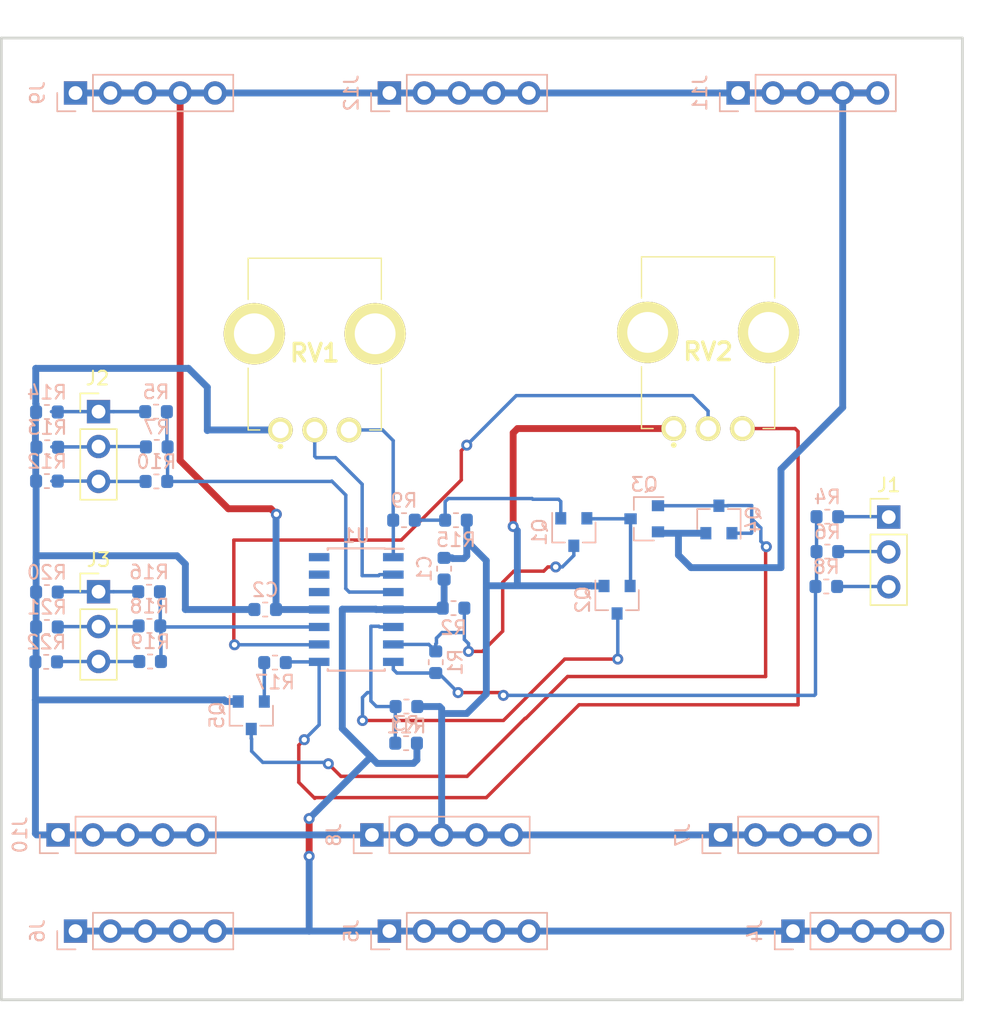
<source format=kicad_pcb>
(kicad_pcb (version 20171130) (host pcbnew 5.0.2-bee76a0~70~ubuntu16.04.1)

  (general
    (thickness 1.6)
    (drawings 4)
    (tracks 302)
    (zones 0)
    (modules 44)
    (nets 26)
  )

  (page A4)
  (layers
    (0 F.Cu signal)
    (31 B.Cu signal)
    (32 B.Adhes user)
    (33 F.Adhes user)
    (34 B.Paste user)
    (35 F.Paste user)
    (36 B.SilkS user)
    (37 F.SilkS user)
    (38 B.Mask user)
    (39 F.Mask user)
    (40 Dwgs.User user)
    (41 Cmts.User user)
    (42 Eco1.User user)
    (43 Eco2.User user)
    (44 Edge.Cuts user)
    (45 Margin user)
    (46 B.CrtYd user)
    (47 F.CrtYd user)
    (48 B.Fab user)
    (49 F.Fab user)
  )

  (setup
    (last_trace_width 0.25)
    (trace_clearance 0.2)
    (zone_clearance 0.508)
    (zone_45_only no)
    (trace_min 0.2)
    (segment_width 0.2)
    (edge_width 0.2)
    (via_size 0.8)
    (via_drill 0.4)
    (via_min_size 0.4)
    (via_min_drill 0.3)
    (uvia_size 0.3)
    (uvia_drill 0.1)
    (uvias_allowed no)
    (uvia_min_size 0.2)
    (uvia_min_drill 0.1)
    (pcb_text_width 0.3)
    (pcb_text_size 1.5 1.5)
    (mod_edge_width 0.15)
    (mod_text_size 1 1)
    (mod_text_width 0.15)
    (pad_size 1.5 1.5)
    (pad_drill 0.6)
    (pad_to_mask_clearance 0)
    (solder_mask_min_width 0.25)
    (aux_axis_origin 0 0)
    (visible_elements FFFFFF7F)
    (pcbplotparams
      (layerselection 0x010fc_ffffffff)
      (usegerberextensions false)
      (usegerberattributes false)
      (usegerberadvancedattributes false)
      (creategerberjobfile false)
      (excludeedgelayer true)
      (linewidth 0.100000)
      (plotframeref false)
      (viasonmask false)
      (mode 1)
      (useauxorigin false)
      (hpglpennumber 1)
      (hpglpenspeed 20)
      (hpglpendiameter 15.000000)
      (psnegative false)
      (psa4output false)
      (plotreference true)
      (plotvalue true)
      (plotinvisibletext false)
      (padsonsilk false)
      (subtractmaskfromsilk false)
      (outputformat 1)
      (mirror false)
      (drillshape 1)
      (scaleselection 1)
      (outputdirectory ""))
  )

  (net 0 "")
  (net 1 GNDREF)
  (net 2 +5V)
  (net 3 -5V)
  (net 4 "Net-(J1-Pad3)")
  (net 5 "Net-(J1-Pad2)")
  (net 6 "Net-(J1-Pad1)")
  (net 7 "Net-(J2-Pad1)")
  (net 8 /IN_2)
  (net 9 /IN_3)
  (net 10 /ENV_1)
  (net 11 /ENV_2)
  (net 12 /ENV_3)
  (net 13 "Net-(Q1-Pad1)")
  (net 14 "Net-(Q1-Pad2)")
  (net 15 "Net-(Q1-Pad3)")
  (net 16 "Net-(Q2-Pad3)")
  (net 17 "Net-(Q3-Pad1)")
  (net 18 "Net-(Q5-Pad2)")
  (net 19 "Net-(R1-Pad1)")
  (net 20 "Net-(R10-Pad1)")
  (net 21 "Net-(R9-Pad2)")
  (net 22 "Net-(R16-Pad1)")
  (net 23 "Net-(R17-Pad2)")
  (net 24 "Net-(RV1-Pad2)")
  (net 25 "Net-(RV2-Pad2)")

  (net_class Default "Это класс цепей по умолчанию."
    (clearance 0.2)
    (trace_width 0.25)
    (via_dia 0.8)
    (via_drill 0.4)
    (uvia_dia 0.3)
    (uvia_drill 0.1)
    (add_net /ENV_1)
    (add_net /ENV_2)
    (add_net /ENV_3)
    (add_net /IN_2)
    (add_net /IN_3)
    (add_net "Net-(J1-Pad1)")
    (add_net "Net-(J1-Pad2)")
    (add_net "Net-(J1-Pad3)")
    (add_net "Net-(J2-Pad1)")
    (add_net "Net-(Q1-Pad1)")
    (add_net "Net-(Q1-Pad2)")
    (add_net "Net-(Q1-Pad3)")
    (add_net "Net-(Q2-Pad3)")
    (add_net "Net-(Q3-Pad1)")
    (add_net "Net-(Q5-Pad2)")
    (add_net "Net-(R1-Pad1)")
    (add_net "Net-(R10-Pad1)")
    (add_net "Net-(R16-Pad1)")
    (add_net "Net-(R17-Pad2)")
    (add_net "Net-(R9-Pad2)")
    (add_net "Net-(RV1-Pad2)")
    (add_net "Net-(RV2-Pad2)")
  )

  (net_class power ""
    (clearance 0.2)
    (trace_width 0.5)
    (via_dia 0.8)
    (via_drill 0.4)
    (uvia_dia 0.3)
    (uvia_drill 0.1)
    (add_net +5V)
    (add_net -5V)
    (add_net GNDREF)
  )

  (module footprint:c0603 (layer B.Cu) (tedit 5B301BBE) (tstamp 5C9D1A1E)
    (at 52.2478 58.6233 270)
    (descr "Capacitor SMD 0603 (1608 Metric), square (rectangular) end terminal, IPC_7351 nominal, (Body size source: http://www.tortai-tech.com/upload/download/2011102023233369053.pdf), generated with kicad-footprint-generator")
    (tags capacitor)
    (path /5C86BDE2)
    (attr smd)
    (fp_text reference C1 (at 0 1.43 270) (layer B.SilkS)
      (effects (font (size 1 1) (thickness 0.15)) (justify mirror))
    )
    (fp_text value "0.1 uF" (at 0 -1.43 270) (layer B.Fab)
      (effects (font (size 1 1) (thickness 0.15)) (justify mirror))
    )
    (fp_line (start -0.8 -0.4) (end -0.8 0.4) (layer B.Fab) (width 0.1))
    (fp_line (start -0.8 0.4) (end 0.8 0.4) (layer B.Fab) (width 0.1))
    (fp_line (start 0.8 0.4) (end 0.8 -0.4) (layer B.Fab) (width 0.1))
    (fp_line (start 0.8 -0.4) (end -0.8 -0.4) (layer B.Fab) (width 0.1))
    (fp_line (start -0.162779 0.51) (end 0.162779 0.51) (layer B.SilkS) (width 0.12))
    (fp_line (start -0.162779 -0.51) (end 0.162779 -0.51) (layer B.SilkS) (width 0.12))
    (fp_line (start -1.48 -0.73) (end -1.48 0.73) (layer B.CrtYd) (width 0.05))
    (fp_line (start -1.48 0.73) (end 1.48 0.73) (layer B.CrtYd) (width 0.05))
    (fp_line (start 1.48 0.73) (end 1.48 -0.73) (layer B.CrtYd) (width 0.05))
    (fp_line (start 1.48 -0.73) (end -1.48 -0.73) (layer B.CrtYd) (width 0.05))
    (fp_text user %R (at 0 0 270) (layer B.Fab)
      (effects (font (size 0.4 0.4) (thickness 0.06)) (justify mirror))
    )
    (pad 1 smd roundrect (at -0.7875 0 270) (size 0.875 0.95) (layers B.Cu B.Paste B.Mask) (roundrect_rratio 0.25)
      (net 1 GNDREF))
    (pad 2 smd roundrect (at 0.7875 0 270) (size 0.875 0.95) (layers B.Cu B.Paste B.Mask) (roundrect_rratio 0.25)
      (net 2 +5V))
    (model ${KIPRJMOD}/../library/footprint/3D/C_0603_1608Metric.step
      (at (xyz 0 0 0))
      (scale (xyz 1 1 1))
      (rotate (xyz 0 0 0))
    )
  )

  (module footprint:c0603 (layer B.Cu) (tedit 5B301BBE) (tstamp 5C9D1A2F)
    (at 39.2175 61.595 180)
    (descr "Capacitor SMD 0603 (1608 Metric), square (rectangular) end terminal, IPC_7351 nominal, (Body size source: http://www.tortai-tech.com/upload/download/2011102023233369053.pdf), generated with kicad-footprint-generator")
    (tags capacitor)
    (path /5C86BE8A)
    (attr smd)
    (fp_text reference C2 (at 0 1.43 180) (layer B.SilkS)
      (effects (font (size 1 1) (thickness 0.15)) (justify mirror))
    )
    (fp_text value "0.1 uF" (at 0 -1.43 180) (layer B.Fab)
      (effects (font (size 1 1) (thickness 0.15)) (justify mirror))
    )
    (fp_text user %R (at 0 0 180) (layer B.Fab)
      (effects (font (size 0.4 0.4) (thickness 0.06)) (justify mirror))
    )
    (fp_line (start 1.48 -0.73) (end -1.48 -0.73) (layer B.CrtYd) (width 0.05))
    (fp_line (start 1.48 0.73) (end 1.48 -0.73) (layer B.CrtYd) (width 0.05))
    (fp_line (start -1.48 0.73) (end 1.48 0.73) (layer B.CrtYd) (width 0.05))
    (fp_line (start -1.48 -0.73) (end -1.48 0.73) (layer B.CrtYd) (width 0.05))
    (fp_line (start -0.162779 -0.51) (end 0.162779 -0.51) (layer B.SilkS) (width 0.12))
    (fp_line (start -0.162779 0.51) (end 0.162779 0.51) (layer B.SilkS) (width 0.12))
    (fp_line (start 0.8 -0.4) (end -0.8 -0.4) (layer B.Fab) (width 0.1))
    (fp_line (start 0.8 0.4) (end 0.8 -0.4) (layer B.Fab) (width 0.1))
    (fp_line (start -0.8 0.4) (end 0.8 0.4) (layer B.Fab) (width 0.1))
    (fp_line (start -0.8 -0.4) (end -0.8 0.4) (layer B.Fab) (width 0.1))
    (pad 2 smd roundrect (at 0.7875 0 180) (size 0.875 0.95) (layers B.Cu B.Paste B.Mask) (roundrect_rratio 0.25)
      (net 1 GNDREF))
    (pad 1 smd roundrect (at -0.7875 0 180) (size 0.875 0.95) (layers B.Cu B.Paste B.Mask) (roundrect_rratio 0.25)
      (net 3 -5V))
    (model ${KIPRJMOD}/../library/footprint/3D/C_0603_1608Metric.step
      (at (xyz 0 0 0))
      (scale (xyz 1 1 1))
      (rotate (xyz 0 0 0))
    )
  )

  (module footprint:pls1x03 (layer F.Cu) (tedit 59FED5CC) (tstamp 5C9D1A46)
    (at 84.6328 54.864)
    (descr "Through hole straight pin header, 1x03, 2.54mm pitch, single row")
    (tags "Through hole pin header THT 1x03 2.54mm single row")
    (path /5C7DFFC2)
    (fp_text reference J1 (at 0 -2.33) (layer F.SilkS)
      (effects (font (size 1 1) (thickness 0.15)))
    )
    (fp_text value Output (at 0 7.41) (layer F.Fab)
      (effects (font (size 1 1) (thickness 0.15)))
    )
    (fp_text user %R (at 0 2.54 90) (layer F.Fab)
      (effects (font (size 1 1) (thickness 0.15)))
    )
    (fp_line (start 1.8 -1.8) (end -1.8 -1.8) (layer F.CrtYd) (width 0.05))
    (fp_line (start 1.8 6.85) (end 1.8 -1.8) (layer F.CrtYd) (width 0.05))
    (fp_line (start -1.8 6.85) (end 1.8 6.85) (layer F.CrtYd) (width 0.05))
    (fp_line (start -1.8 -1.8) (end -1.8 6.85) (layer F.CrtYd) (width 0.05))
    (fp_line (start -1.33 -1.33) (end 0 -1.33) (layer F.SilkS) (width 0.12))
    (fp_line (start -1.33 0) (end -1.33 -1.33) (layer F.SilkS) (width 0.12))
    (fp_line (start -1.33 1.27) (end 1.33 1.27) (layer F.SilkS) (width 0.12))
    (fp_line (start 1.33 1.27) (end 1.33 6.41) (layer F.SilkS) (width 0.12))
    (fp_line (start -1.33 1.27) (end -1.33 6.41) (layer F.SilkS) (width 0.12))
    (fp_line (start -1.33 6.41) (end 1.33 6.41) (layer F.SilkS) (width 0.12))
    (fp_line (start -1.27 -0.635) (end -0.635 -1.27) (layer F.Fab) (width 0.1))
    (fp_line (start -1.27 6.35) (end -1.27 -0.635) (layer F.Fab) (width 0.1))
    (fp_line (start 1.27 6.35) (end -1.27 6.35) (layer F.Fab) (width 0.1))
    (fp_line (start 1.27 -1.27) (end 1.27 6.35) (layer F.Fab) (width 0.1))
    (fp_line (start -0.635 -1.27) (end 1.27 -1.27) (layer F.Fab) (width 0.1))
    (pad 3 thru_hole oval (at 0 5.08) (size 1.7 1.7) (drill 1) (layers *.Cu *.Mask)
      (net 4 "Net-(J1-Pad3)"))
    (pad 2 thru_hole oval (at 0 2.54) (size 1.7 1.7) (drill 1) (layers *.Cu *.Mask)
      (net 5 "Net-(J1-Pad2)"))
    (pad 1 thru_hole rect (at 0 0) (size 1.7 1.7) (drill 1) (layers *.Cu *.Mask)
      (net 6 "Net-(J1-Pad1)"))
    (model ${KIPRJMOD}/../library/footprint/3D/PinHeader_1x03_P2.54mm_Vertical.step
      (at (xyz 0 0 0))
      (scale (xyz 1 1 1))
      (rotate (xyz 0 0 0))
    )
  )

  (module footprint:pls1x03 (layer F.Cu) (tedit 59FED5CC) (tstamp 5C9D1A5D)
    (at 27.0764 47.1932)
    (descr "Through hole straight pin header, 1x03, 2.54mm pitch, single row")
    (tags "Through hole pin header THT 1x03 2.54mm single row")
    (path /5C7DECEA)
    (fp_text reference J2 (at -0.072601 -2.434201) (layer F.SilkS)
      (effects (font (size 1 1) (thickness 0.15)))
    )
    (fp_text value Input (at 0 7.41) (layer F.Fab)
      (effects (font (size 1 1) (thickness 0.15)))
    )
    (fp_line (start -0.635 -1.27) (end 1.27 -1.27) (layer F.Fab) (width 0.1))
    (fp_line (start 1.27 -1.27) (end 1.27 6.35) (layer F.Fab) (width 0.1))
    (fp_line (start 1.27 6.35) (end -1.27 6.35) (layer F.Fab) (width 0.1))
    (fp_line (start -1.27 6.35) (end -1.27 -0.635) (layer F.Fab) (width 0.1))
    (fp_line (start -1.27 -0.635) (end -0.635 -1.27) (layer F.Fab) (width 0.1))
    (fp_line (start -1.33 6.41) (end 1.33 6.41) (layer F.SilkS) (width 0.12))
    (fp_line (start -1.33 1.27) (end -1.33 6.41) (layer F.SilkS) (width 0.12))
    (fp_line (start 1.33 1.27) (end 1.33 6.41) (layer F.SilkS) (width 0.12))
    (fp_line (start -1.33 1.27) (end 1.33 1.27) (layer F.SilkS) (width 0.12))
    (fp_line (start -1.33 0) (end -1.33 -1.33) (layer F.SilkS) (width 0.12))
    (fp_line (start -1.33 -1.33) (end 0 -1.33) (layer F.SilkS) (width 0.12))
    (fp_line (start -1.8 -1.8) (end -1.8 6.85) (layer F.CrtYd) (width 0.05))
    (fp_line (start -1.8 6.85) (end 1.8 6.85) (layer F.CrtYd) (width 0.05))
    (fp_line (start 1.8 6.85) (end 1.8 -1.8) (layer F.CrtYd) (width 0.05))
    (fp_line (start 1.8 -1.8) (end -1.8 -1.8) (layer F.CrtYd) (width 0.05))
    (fp_text user %R (at 0 2.54 90) (layer F.Fab)
      (effects (font (size 1 1) (thickness 0.15)))
    )
    (pad 1 thru_hole rect (at 0 0) (size 1.7 1.7) (drill 1) (layers *.Cu *.Mask)
      (net 7 "Net-(J2-Pad1)"))
    (pad 2 thru_hole oval (at 0 2.54) (size 1.7 1.7) (drill 1) (layers *.Cu *.Mask)
      (net 8 /IN_2))
    (pad 3 thru_hole oval (at 0 5.08) (size 1.7 1.7) (drill 1) (layers *.Cu *.Mask)
      (net 9 /IN_3))
    (model ${KIPRJMOD}/../library/footprint/3D/PinHeader_1x03_P2.54mm_Vertical.step
      (at (xyz 0 0 0))
      (scale (xyz 1 1 1))
      (rotate (xyz 0 0 0))
    )
  )

  (module footprint:pls1x03 (layer F.Cu) (tedit 59FED5CC) (tstamp 5C9D1A74)
    (at 27.0764 60.2996)
    (descr "Through hole straight pin header, 1x03, 2.54mm pitch, single row")
    (tags "Through hole pin header THT 1x03 2.54mm single row")
    (path /5C7F84A0)
    (fp_text reference J3 (at 0 -2.33) (layer F.SilkS)
      (effects (font (size 1 1) (thickness 0.15)))
    )
    (fp_text value Env (at 0 7.41) (layer F.Fab)
      (effects (font (size 1 1) (thickness 0.15)))
    )
    (fp_line (start -0.635 -1.27) (end 1.27 -1.27) (layer F.Fab) (width 0.1))
    (fp_line (start 1.27 -1.27) (end 1.27 6.35) (layer F.Fab) (width 0.1))
    (fp_line (start 1.27 6.35) (end -1.27 6.35) (layer F.Fab) (width 0.1))
    (fp_line (start -1.27 6.35) (end -1.27 -0.635) (layer F.Fab) (width 0.1))
    (fp_line (start -1.27 -0.635) (end -0.635 -1.27) (layer F.Fab) (width 0.1))
    (fp_line (start -1.33 6.41) (end 1.33 6.41) (layer F.SilkS) (width 0.12))
    (fp_line (start -1.33 1.27) (end -1.33 6.41) (layer F.SilkS) (width 0.12))
    (fp_line (start 1.33 1.27) (end 1.33 6.41) (layer F.SilkS) (width 0.12))
    (fp_line (start -1.33 1.27) (end 1.33 1.27) (layer F.SilkS) (width 0.12))
    (fp_line (start -1.33 0) (end -1.33 -1.33) (layer F.SilkS) (width 0.12))
    (fp_line (start -1.33 -1.33) (end 0 -1.33) (layer F.SilkS) (width 0.12))
    (fp_line (start -1.8 -1.8) (end -1.8 6.85) (layer F.CrtYd) (width 0.05))
    (fp_line (start -1.8 6.85) (end 1.8 6.85) (layer F.CrtYd) (width 0.05))
    (fp_line (start 1.8 6.85) (end 1.8 -1.8) (layer F.CrtYd) (width 0.05))
    (fp_line (start 1.8 -1.8) (end -1.8 -1.8) (layer F.CrtYd) (width 0.05))
    (fp_text user %R (at 0 2.54 90) (layer F.Fab)
      (effects (font (size 1 1) (thickness 0.15)))
    )
    (pad 1 thru_hole rect (at 0 0) (size 1.7 1.7) (drill 1) (layers *.Cu *.Mask)
      (net 10 /ENV_1))
    (pad 2 thru_hole oval (at 0 2.54) (size 1.7 1.7) (drill 1) (layers *.Cu *.Mask)
      (net 11 /ENV_2))
    (pad 3 thru_hole oval (at 0 5.08) (size 1.7 1.7) (drill 1) (layers *.Cu *.Mask)
      (net 12 /ENV_3))
    (model ${KIPRJMOD}/../library/footprint/3D/PinHeader_1x03_P2.54mm_Vertical.step
      (at (xyz 0 0 0))
      (scale (xyz 1 1 1))
      (rotate (xyz 0 0 0))
    )
  )

  (module footprint:pls1x05 locked (layer B.Cu) (tedit 5C9B92D1) (tstamp 5C9D1A8D)
    (at 77.66 85 270)
    (descr "Through hole straight socket strip, 1x05, 2.54mm pitch, single row (from Kicad 4.0.7), script generated")
    (tags "Through hole socket strip THT 1x05 2.54mm single row")
    (path /5C9D6F13)
    (fp_text reference J4 (at 0 2.77 270) (layer B.SilkS)
      (effects (font (size 1 1) (thickness 0.15)) (justify mirror))
    )
    (fp_text value Conn_01x05_Male (at 0 -12.93 270) (layer B.Fab)
      (effects (font (size 1 1) (thickness 0.15)) (justify mirror))
    )
    (fp_text user %R (at 0 -5.08 180) (layer B.Fab)
      (effects (font (size 1 1) (thickness 0.15)) (justify mirror))
    )
    (fp_line (start -1.8 -11.9) (end -1.8 1.8) (layer B.CrtYd) (width 0.05))
    (fp_line (start 1.75 -11.9) (end -1.8 -11.9) (layer B.CrtYd) (width 0.05))
    (fp_line (start 1.75 1.8) (end 1.75 -11.9) (layer B.CrtYd) (width 0.05))
    (fp_line (start -1.8 1.8) (end 1.75 1.8) (layer B.CrtYd) (width 0.05))
    (fp_line (start 0 1.33) (end 1.33 1.33) (layer B.SilkS) (width 0.12))
    (fp_line (start 1.33 1.33) (end 1.33 0) (layer B.SilkS) (width 0.12))
    (fp_line (start 1.33 -1.27) (end 1.33 -11.49) (layer B.SilkS) (width 0.12))
    (fp_line (start -1.33 -11.49) (end 1.33 -11.49) (layer B.SilkS) (width 0.12))
    (fp_line (start -1.33 -1.27) (end -1.33 -11.49) (layer B.SilkS) (width 0.12))
    (fp_line (start -1.33 -1.27) (end 1.33 -1.27) (layer B.SilkS) (width 0.12))
    (fp_line (start -1.27 -11.43) (end -1.27 1.27) (layer B.Fab) (width 0.1))
    (fp_line (start 1.27 -11.43) (end -1.27 -11.43) (layer B.Fab) (width 0.1))
    (fp_line (start 1.27 0.635) (end 1.27 -11.43) (layer B.Fab) (width 0.1))
    (fp_line (start 0.635 1.27) (end 1.27 0.635) (layer B.Fab) (width 0.1))
    (fp_line (start -1.27 1.27) (end 0.635 1.27) (layer B.Fab) (width 0.1))
    (pad 5 thru_hole oval (at 0 -10.16 270) (size 1.7 1.7) (drill 1) (layers *.Cu *.Mask)
      (net 2 +5V))
    (pad 4 thru_hole oval (at 0 -7.62 270) (size 1.7 1.7) (drill 1) (layers *.Cu *.Mask)
      (net 2 +5V))
    (pad 3 thru_hole oval (at 0 -5.08 270) (size 1.7 1.7) (drill 1) (layers *.Cu *.Mask)
      (net 2 +5V))
    (pad 2 thru_hole oval (at 0 -2.54 270) (size 1.7 1.7) (drill 1) (layers *.Cu *.Mask)
      (net 2 +5V))
    (pad 1 thru_hole rect (at 0 0 270) (size 1.7 1.7) (drill 1) (layers *.Cu *.Mask)
      (net 2 +5V))
    (model ${KIPRJMOD}/../library/footprint/3D/PinHeader_1x05_P2.54mm_Vertical.step
      (at (xyz 0 0 0))
      (scale (xyz 1 1 1))
      (rotate (xyz 0 0 0))
    )
  )

  (module footprint:pls1x05 locked (layer B.Cu) (tedit 5C9B92D1) (tstamp 5C9D1AA6)
    (at 48.26 85 270)
    (descr "Through hole straight socket strip, 1x05, 2.54mm pitch, single row (from Kicad 4.0.7), script generated")
    (tags "Through hole socket strip THT 1x05 2.54mm single row")
    (path /5C9D702F)
    (fp_text reference J5 (at 0 2.77 270) (layer B.SilkS)
      (effects (font (size 1 1) (thickness 0.15)) (justify mirror))
    )
    (fp_text value Conn_01x05_Male (at 0 -12.93 270) (layer B.Fab)
      (effects (font (size 1 1) (thickness 0.15)) (justify mirror))
    )
    (fp_line (start -1.27 1.27) (end 0.635 1.27) (layer B.Fab) (width 0.1))
    (fp_line (start 0.635 1.27) (end 1.27 0.635) (layer B.Fab) (width 0.1))
    (fp_line (start 1.27 0.635) (end 1.27 -11.43) (layer B.Fab) (width 0.1))
    (fp_line (start 1.27 -11.43) (end -1.27 -11.43) (layer B.Fab) (width 0.1))
    (fp_line (start -1.27 -11.43) (end -1.27 1.27) (layer B.Fab) (width 0.1))
    (fp_line (start -1.33 -1.27) (end 1.33 -1.27) (layer B.SilkS) (width 0.12))
    (fp_line (start -1.33 -1.27) (end -1.33 -11.49) (layer B.SilkS) (width 0.12))
    (fp_line (start -1.33 -11.49) (end 1.33 -11.49) (layer B.SilkS) (width 0.12))
    (fp_line (start 1.33 -1.27) (end 1.33 -11.49) (layer B.SilkS) (width 0.12))
    (fp_line (start 1.33 1.33) (end 1.33 0) (layer B.SilkS) (width 0.12))
    (fp_line (start 0 1.33) (end 1.33 1.33) (layer B.SilkS) (width 0.12))
    (fp_line (start -1.8 1.8) (end 1.75 1.8) (layer B.CrtYd) (width 0.05))
    (fp_line (start 1.75 1.8) (end 1.75 -11.9) (layer B.CrtYd) (width 0.05))
    (fp_line (start 1.75 -11.9) (end -1.8 -11.9) (layer B.CrtYd) (width 0.05))
    (fp_line (start -1.8 -11.9) (end -1.8 1.8) (layer B.CrtYd) (width 0.05))
    (fp_text user %R (at 0 -5.08 180) (layer B.Fab)
      (effects (font (size 1 1) (thickness 0.15)) (justify mirror))
    )
    (pad 1 thru_hole rect (at 0 0 270) (size 1.7 1.7) (drill 1) (layers *.Cu *.Mask)
      (net 2 +5V))
    (pad 2 thru_hole oval (at 0 -2.54 270) (size 1.7 1.7) (drill 1) (layers *.Cu *.Mask)
      (net 2 +5V))
    (pad 3 thru_hole oval (at 0 -5.08 270) (size 1.7 1.7) (drill 1) (layers *.Cu *.Mask)
      (net 2 +5V))
    (pad 4 thru_hole oval (at 0 -7.62 270) (size 1.7 1.7) (drill 1) (layers *.Cu *.Mask)
      (net 2 +5V))
    (pad 5 thru_hole oval (at 0 -10.16 270) (size 1.7 1.7) (drill 1) (layers *.Cu *.Mask)
      (net 2 +5V))
    (model ${KIPRJMOD}/../library/footprint/3D/PinHeader_1x05_P2.54mm_Vertical.step
      (at (xyz 0 0 0))
      (scale (xyz 1 1 1))
      (rotate (xyz 0 0 0))
    )
  )

  (module footprint:pls1x05 locked (layer B.Cu) (tedit 5C9B92D1) (tstamp 5C9D1ABF)
    (at 25.4 85 270)
    (descr "Through hole straight socket strip, 1x05, 2.54mm pitch, single row (from Kicad 4.0.7), script generated")
    (tags "Through hole socket strip THT 1x05 2.54mm single row")
    (path /5C9D7124)
    (fp_text reference J6 (at 0 2.77 270) (layer B.SilkS)
      (effects (font (size 1 1) (thickness 0.15)) (justify mirror))
    )
    (fp_text value Conn_01x05_Male (at 0 -12.93 270) (layer B.Fab)
      (effects (font (size 1 1) (thickness 0.15)) (justify mirror))
    )
    (fp_text user %R (at 0 -5.08 180) (layer B.Fab)
      (effects (font (size 1 1) (thickness 0.15)) (justify mirror))
    )
    (fp_line (start -1.8 -11.9) (end -1.8 1.8) (layer B.CrtYd) (width 0.05))
    (fp_line (start 1.75 -11.9) (end -1.8 -11.9) (layer B.CrtYd) (width 0.05))
    (fp_line (start 1.75 1.8) (end 1.75 -11.9) (layer B.CrtYd) (width 0.05))
    (fp_line (start -1.8 1.8) (end 1.75 1.8) (layer B.CrtYd) (width 0.05))
    (fp_line (start 0 1.33) (end 1.33 1.33) (layer B.SilkS) (width 0.12))
    (fp_line (start 1.33 1.33) (end 1.33 0) (layer B.SilkS) (width 0.12))
    (fp_line (start 1.33 -1.27) (end 1.33 -11.49) (layer B.SilkS) (width 0.12))
    (fp_line (start -1.33 -11.49) (end 1.33 -11.49) (layer B.SilkS) (width 0.12))
    (fp_line (start -1.33 -1.27) (end -1.33 -11.49) (layer B.SilkS) (width 0.12))
    (fp_line (start -1.33 -1.27) (end 1.33 -1.27) (layer B.SilkS) (width 0.12))
    (fp_line (start -1.27 -11.43) (end -1.27 1.27) (layer B.Fab) (width 0.1))
    (fp_line (start 1.27 -11.43) (end -1.27 -11.43) (layer B.Fab) (width 0.1))
    (fp_line (start 1.27 0.635) (end 1.27 -11.43) (layer B.Fab) (width 0.1))
    (fp_line (start 0.635 1.27) (end 1.27 0.635) (layer B.Fab) (width 0.1))
    (fp_line (start -1.27 1.27) (end 0.635 1.27) (layer B.Fab) (width 0.1))
    (pad 5 thru_hole oval (at 0 -10.16 270) (size 1.7 1.7) (drill 1) (layers *.Cu *.Mask)
      (net 2 +5V))
    (pad 4 thru_hole oval (at 0 -7.62 270) (size 1.7 1.7) (drill 1) (layers *.Cu *.Mask)
      (net 2 +5V))
    (pad 3 thru_hole oval (at 0 -5.08 270) (size 1.7 1.7) (drill 1) (layers *.Cu *.Mask)
      (net 2 +5V))
    (pad 2 thru_hole oval (at 0 -2.54 270) (size 1.7 1.7) (drill 1) (layers *.Cu *.Mask)
      (net 2 +5V))
    (pad 1 thru_hole rect (at 0 0 270) (size 1.7 1.7) (drill 1) (layers *.Cu *.Mask)
      (net 2 +5V))
    (model ${KIPRJMOD}/../library/footprint/3D/PinHeader_1x05_P2.54mm_Vertical.step
      (at (xyz 0 0 0))
      (scale (xyz 1 1 1))
      (rotate (xyz 0 0 0))
    )
  )

  (module footprint:pls1x05 locked (layer B.Cu) (tedit 5C9B92D1) (tstamp 5C9D1AD8)
    (at 72.39 78 270)
    (descr "Through hole straight socket strip, 1x05, 2.54mm pitch, single row (from Kicad 4.0.7), script generated")
    (tags "Through hole socket strip THT 1x05 2.54mm single row")
    (path /5C9D71FC)
    (fp_text reference J7 (at 0 2.77 270) (layer B.SilkS)
      (effects (font (size 1 1) (thickness 0.15)) (justify mirror))
    )
    (fp_text value Conn_01x05_Male (at 0 -12.93 270) (layer B.Fab)
      (effects (font (size 1 1) (thickness 0.15)) (justify mirror))
    )
    (fp_text user %R (at 0 -5.08 180) (layer B.Fab)
      (effects (font (size 1 1) (thickness 0.15)) (justify mirror))
    )
    (fp_line (start -1.8 -11.9) (end -1.8 1.8) (layer B.CrtYd) (width 0.05))
    (fp_line (start 1.75 -11.9) (end -1.8 -11.9) (layer B.CrtYd) (width 0.05))
    (fp_line (start 1.75 1.8) (end 1.75 -11.9) (layer B.CrtYd) (width 0.05))
    (fp_line (start -1.8 1.8) (end 1.75 1.8) (layer B.CrtYd) (width 0.05))
    (fp_line (start 0 1.33) (end 1.33 1.33) (layer B.SilkS) (width 0.12))
    (fp_line (start 1.33 1.33) (end 1.33 0) (layer B.SilkS) (width 0.12))
    (fp_line (start 1.33 -1.27) (end 1.33 -11.49) (layer B.SilkS) (width 0.12))
    (fp_line (start -1.33 -11.49) (end 1.33 -11.49) (layer B.SilkS) (width 0.12))
    (fp_line (start -1.33 -1.27) (end -1.33 -11.49) (layer B.SilkS) (width 0.12))
    (fp_line (start -1.33 -1.27) (end 1.33 -1.27) (layer B.SilkS) (width 0.12))
    (fp_line (start -1.27 -11.43) (end -1.27 1.27) (layer B.Fab) (width 0.1))
    (fp_line (start 1.27 -11.43) (end -1.27 -11.43) (layer B.Fab) (width 0.1))
    (fp_line (start 1.27 0.635) (end 1.27 -11.43) (layer B.Fab) (width 0.1))
    (fp_line (start 0.635 1.27) (end 1.27 0.635) (layer B.Fab) (width 0.1))
    (fp_line (start -1.27 1.27) (end 0.635 1.27) (layer B.Fab) (width 0.1))
    (pad 5 thru_hole oval (at 0 -10.16 270) (size 1.7 1.7) (drill 1) (layers *.Cu *.Mask)
      (net 1 GNDREF))
    (pad 4 thru_hole oval (at 0 -7.62 270) (size 1.7 1.7) (drill 1) (layers *.Cu *.Mask)
      (net 1 GNDREF))
    (pad 3 thru_hole oval (at 0 -5.08 270) (size 1.7 1.7) (drill 1) (layers *.Cu *.Mask)
      (net 1 GNDREF))
    (pad 2 thru_hole oval (at 0 -2.54 270) (size 1.7 1.7) (drill 1) (layers *.Cu *.Mask)
      (net 1 GNDREF))
    (pad 1 thru_hole rect (at 0 0 270) (size 1.7 1.7) (drill 1) (layers *.Cu *.Mask)
      (net 1 GNDREF))
    (model ${KIPRJMOD}/../library/footprint/3D/PinHeader_1x05_P2.54mm_Vertical.step
      (at (xyz 0 0 0))
      (scale (xyz 1 1 1))
      (rotate (xyz 0 0 0))
    )
  )

  (module footprint:pls1x05 locked (layer B.Cu) (tedit 5C9B92D1) (tstamp 5C9D1AF1)
    (at 46.99 78 270)
    (descr "Through hole straight socket strip, 1x05, 2.54mm pitch, single row (from Kicad 4.0.7), script generated")
    (tags "Through hole socket strip THT 1x05 2.54mm single row")
    (path /5C9D72D9)
    (fp_text reference J8 (at 0 2.77 270) (layer B.SilkS)
      (effects (font (size 1 1) (thickness 0.15)) (justify mirror))
    )
    (fp_text value Conn_01x05_Male (at 0 -12.93 270) (layer B.Fab)
      (effects (font (size 1 1) (thickness 0.15)) (justify mirror))
    )
    (fp_line (start -1.27 1.27) (end 0.635 1.27) (layer B.Fab) (width 0.1))
    (fp_line (start 0.635 1.27) (end 1.27 0.635) (layer B.Fab) (width 0.1))
    (fp_line (start 1.27 0.635) (end 1.27 -11.43) (layer B.Fab) (width 0.1))
    (fp_line (start 1.27 -11.43) (end -1.27 -11.43) (layer B.Fab) (width 0.1))
    (fp_line (start -1.27 -11.43) (end -1.27 1.27) (layer B.Fab) (width 0.1))
    (fp_line (start -1.33 -1.27) (end 1.33 -1.27) (layer B.SilkS) (width 0.12))
    (fp_line (start -1.33 -1.27) (end -1.33 -11.49) (layer B.SilkS) (width 0.12))
    (fp_line (start -1.33 -11.49) (end 1.33 -11.49) (layer B.SilkS) (width 0.12))
    (fp_line (start 1.33 -1.27) (end 1.33 -11.49) (layer B.SilkS) (width 0.12))
    (fp_line (start 1.33 1.33) (end 1.33 0) (layer B.SilkS) (width 0.12))
    (fp_line (start 0 1.33) (end 1.33 1.33) (layer B.SilkS) (width 0.12))
    (fp_line (start -1.8 1.8) (end 1.75 1.8) (layer B.CrtYd) (width 0.05))
    (fp_line (start 1.75 1.8) (end 1.75 -11.9) (layer B.CrtYd) (width 0.05))
    (fp_line (start 1.75 -11.9) (end -1.8 -11.9) (layer B.CrtYd) (width 0.05))
    (fp_line (start -1.8 -11.9) (end -1.8 1.8) (layer B.CrtYd) (width 0.05))
    (fp_text user %R (at 0 -5.08 180) (layer B.Fab)
      (effects (font (size 1 1) (thickness 0.15)) (justify mirror))
    )
    (pad 1 thru_hole rect (at 0 0 270) (size 1.7 1.7) (drill 1) (layers *.Cu *.Mask)
      (net 1 GNDREF))
    (pad 2 thru_hole oval (at 0 -2.54 270) (size 1.7 1.7) (drill 1) (layers *.Cu *.Mask)
      (net 1 GNDREF))
    (pad 3 thru_hole oval (at 0 -5.08 270) (size 1.7 1.7) (drill 1) (layers *.Cu *.Mask)
      (net 1 GNDREF))
    (pad 4 thru_hole oval (at 0 -7.62 270) (size 1.7 1.7) (drill 1) (layers *.Cu *.Mask)
      (net 1 GNDREF))
    (pad 5 thru_hole oval (at 0 -10.16 270) (size 1.7 1.7) (drill 1) (layers *.Cu *.Mask)
      (net 1 GNDREF))
    (model ${KIPRJMOD}/../library/footprint/3D/PinHeader_1x05_P2.54mm_Vertical.step
      (at (xyz 0 0 0))
      (scale (xyz 1 1 1))
      (rotate (xyz 0 0 0))
    )
  )

  (module footprint:pls1x05 (layer B.Cu) (tedit 5C9B92D1) (tstamp 5C9D1B0A)
    (at 25.4 24 270)
    (descr "Through hole straight socket strip, 1x05, 2.54mm pitch, single row (from Kicad 4.0.7), script generated")
    (tags "Through hole socket strip THT 1x05 2.54mm single row")
    (path /5CA0C275)
    (fp_text reference J9 (at 0 2.77 270) (layer B.SilkS)
      (effects (font (size 1 1) (thickness 0.15)) (justify mirror))
    )
    (fp_text value Conn_01x05_Male (at 0 -12.93 270) (layer B.Fab)
      (effects (font (size 1 1) (thickness 0.15)) (justify mirror))
    )
    (fp_line (start -1.27 1.27) (end 0.635 1.27) (layer B.Fab) (width 0.1))
    (fp_line (start 0.635 1.27) (end 1.27 0.635) (layer B.Fab) (width 0.1))
    (fp_line (start 1.27 0.635) (end 1.27 -11.43) (layer B.Fab) (width 0.1))
    (fp_line (start 1.27 -11.43) (end -1.27 -11.43) (layer B.Fab) (width 0.1))
    (fp_line (start -1.27 -11.43) (end -1.27 1.27) (layer B.Fab) (width 0.1))
    (fp_line (start -1.33 -1.27) (end 1.33 -1.27) (layer B.SilkS) (width 0.12))
    (fp_line (start -1.33 -1.27) (end -1.33 -11.49) (layer B.SilkS) (width 0.12))
    (fp_line (start -1.33 -11.49) (end 1.33 -11.49) (layer B.SilkS) (width 0.12))
    (fp_line (start 1.33 -1.27) (end 1.33 -11.49) (layer B.SilkS) (width 0.12))
    (fp_line (start 1.33 1.33) (end 1.33 0) (layer B.SilkS) (width 0.12))
    (fp_line (start 0 1.33) (end 1.33 1.33) (layer B.SilkS) (width 0.12))
    (fp_line (start -1.8 1.8) (end 1.75 1.8) (layer B.CrtYd) (width 0.05))
    (fp_line (start 1.75 1.8) (end 1.75 -11.9) (layer B.CrtYd) (width 0.05))
    (fp_line (start 1.75 -11.9) (end -1.8 -11.9) (layer B.CrtYd) (width 0.05))
    (fp_line (start -1.8 -11.9) (end -1.8 1.8) (layer B.CrtYd) (width 0.05))
    (fp_text user %R (at 0 -5.08 180) (layer B.Fab)
      (effects (font (size 1 1) (thickness 0.15)) (justify mirror))
    )
    (pad 1 thru_hole rect (at 0 0 270) (size 1.7 1.7) (drill 1) (layers *.Cu *.Mask)
      (net 3 -5V))
    (pad 2 thru_hole oval (at 0 -2.54 270) (size 1.7 1.7) (drill 1) (layers *.Cu *.Mask)
      (net 3 -5V))
    (pad 3 thru_hole oval (at 0 -5.08 270) (size 1.7 1.7) (drill 1) (layers *.Cu *.Mask)
      (net 3 -5V))
    (pad 4 thru_hole oval (at 0 -7.62 270) (size 1.7 1.7) (drill 1) (layers *.Cu *.Mask)
      (net 3 -5V))
    (pad 5 thru_hole oval (at 0 -10.16 270) (size 1.7 1.7) (drill 1) (layers *.Cu *.Mask)
      (net 3 -5V))
    (model ${KIPRJMOD}/../library/footprint/3D/PinHeader_1x05_P2.54mm_Vertical.step
      (at (xyz 0 0 0))
      (scale (xyz 1 1 1))
      (rotate (xyz 0 0 0))
    )
  )

  (module footprint:pls1x05 locked (layer B.Cu) (tedit 5C9B92D1) (tstamp 5C9D1B23)
    (at 24.13 78 270)
    (descr "Through hole straight socket strip, 1x05, 2.54mm pitch, single row (from Kicad 4.0.7), script generated")
    (tags "Through hole socket strip THT 1x05 2.54mm single row")
    (path /5C9D73D7)
    (fp_text reference J10 (at 0 2.77 270) (layer B.SilkS)
      (effects (font (size 1 1) (thickness 0.15)) (justify mirror))
    )
    (fp_text value Conn_01x05_Male (at 0 -12.93 270) (layer B.Fab)
      (effects (font (size 1 1) (thickness 0.15)) (justify mirror))
    )
    (fp_text user %R (at 0 -5.08 180) (layer B.Fab)
      (effects (font (size 1 1) (thickness 0.15)) (justify mirror))
    )
    (fp_line (start -1.8 -11.9) (end -1.8 1.8) (layer B.CrtYd) (width 0.05))
    (fp_line (start 1.75 -11.9) (end -1.8 -11.9) (layer B.CrtYd) (width 0.05))
    (fp_line (start 1.75 1.8) (end 1.75 -11.9) (layer B.CrtYd) (width 0.05))
    (fp_line (start -1.8 1.8) (end 1.75 1.8) (layer B.CrtYd) (width 0.05))
    (fp_line (start 0 1.33) (end 1.33 1.33) (layer B.SilkS) (width 0.12))
    (fp_line (start 1.33 1.33) (end 1.33 0) (layer B.SilkS) (width 0.12))
    (fp_line (start 1.33 -1.27) (end 1.33 -11.49) (layer B.SilkS) (width 0.12))
    (fp_line (start -1.33 -11.49) (end 1.33 -11.49) (layer B.SilkS) (width 0.12))
    (fp_line (start -1.33 -1.27) (end -1.33 -11.49) (layer B.SilkS) (width 0.12))
    (fp_line (start -1.33 -1.27) (end 1.33 -1.27) (layer B.SilkS) (width 0.12))
    (fp_line (start -1.27 -11.43) (end -1.27 1.27) (layer B.Fab) (width 0.1))
    (fp_line (start 1.27 -11.43) (end -1.27 -11.43) (layer B.Fab) (width 0.1))
    (fp_line (start 1.27 0.635) (end 1.27 -11.43) (layer B.Fab) (width 0.1))
    (fp_line (start 0.635 1.27) (end 1.27 0.635) (layer B.Fab) (width 0.1))
    (fp_line (start -1.27 1.27) (end 0.635 1.27) (layer B.Fab) (width 0.1))
    (pad 5 thru_hole oval (at 0 -10.16 270) (size 1.7 1.7) (drill 1) (layers *.Cu *.Mask)
      (net 1 GNDREF))
    (pad 4 thru_hole oval (at 0 -7.62 270) (size 1.7 1.7) (drill 1) (layers *.Cu *.Mask)
      (net 1 GNDREF))
    (pad 3 thru_hole oval (at 0 -5.08 270) (size 1.7 1.7) (drill 1) (layers *.Cu *.Mask)
      (net 1 GNDREF))
    (pad 2 thru_hole oval (at 0 -2.54 270) (size 1.7 1.7) (drill 1) (layers *.Cu *.Mask)
      (net 1 GNDREF))
    (pad 1 thru_hole rect (at 0 0 270) (size 1.7 1.7) (drill 1) (layers *.Cu *.Mask)
      (net 1 GNDREF))
    (model ${KIPRJMOD}/../library/footprint/3D/PinHeader_1x05_P2.54mm_Vertical.step
      (at (xyz 0 0 0))
      (scale (xyz 1 1 1))
      (rotate (xyz 0 0 0))
    )
  )

  (module footprint:pls1x05 locked (layer B.Cu) (tedit 5C9B92D1) (tstamp 5C9D1B3C)
    (at 73.66 24 270)
    (descr "Through hole straight socket strip, 1x05, 2.54mm pitch, single row (from Kicad 4.0.7), script generated")
    (tags "Through hole socket strip THT 1x05 2.54mm single row")
    (path /5CA0C343)
    (fp_text reference J11 (at 0 2.77 270) (layer B.SilkS)
      (effects (font (size 1 1) (thickness 0.15)) (justify mirror))
    )
    (fp_text value Conn_01x05_Male (at 0 -12.93 270) (layer B.Fab)
      (effects (font (size 1 1) (thickness 0.15)) (justify mirror))
    )
    (fp_line (start -1.27 1.27) (end 0.635 1.27) (layer B.Fab) (width 0.1))
    (fp_line (start 0.635 1.27) (end 1.27 0.635) (layer B.Fab) (width 0.1))
    (fp_line (start 1.27 0.635) (end 1.27 -11.43) (layer B.Fab) (width 0.1))
    (fp_line (start 1.27 -11.43) (end -1.27 -11.43) (layer B.Fab) (width 0.1))
    (fp_line (start -1.27 -11.43) (end -1.27 1.27) (layer B.Fab) (width 0.1))
    (fp_line (start -1.33 -1.27) (end 1.33 -1.27) (layer B.SilkS) (width 0.12))
    (fp_line (start -1.33 -1.27) (end -1.33 -11.49) (layer B.SilkS) (width 0.12))
    (fp_line (start -1.33 -11.49) (end 1.33 -11.49) (layer B.SilkS) (width 0.12))
    (fp_line (start 1.33 -1.27) (end 1.33 -11.49) (layer B.SilkS) (width 0.12))
    (fp_line (start 1.33 1.33) (end 1.33 0) (layer B.SilkS) (width 0.12))
    (fp_line (start 0 1.33) (end 1.33 1.33) (layer B.SilkS) (width 0.12))
    (fp_line (start -1.8 1.8) (end 1.75 1.8) (layer B.CrtYd) (width 0.05))
    (fp_line (start 1.75 1.8) (end 1.75 -11.9) (layer B.CrtYd) (width 0.05))
    (fp_line (start 1.75 -11.9) (end -1.8 -11.9) (layer B.CrtYd) (width 0.05))
    (fp_line (start -1.8 -11.9) (end -1.8 1.8) (layer B.CrtYd) (width 0.05))
    (fp_text user %R (at 0 -5.08 180) (layer B.Fab)
      (effects (font (size 1 1) (thickness 0.15)) (justify mirror))
    )
    (pad 1 thru_hole rect (at 0 0 270) (size 1.7 1.7) (drill 1) (layers *.Cu *.Mask)
      (net 3 -5V))
    (pad 2 thru_hole oval (at 0 -2.54 270) (size 1.7 1.7) (drill 1) (layers *.Cu *.Mask)
      (net 3 -5V))
    (pad 3 thru_hole oval (at 0 -5.08 270) (size 1.7 1.7) (drill 1) (layers *.Cu *.Mask)
      (net 3 -5V))
    (pad 4 thru_hole oval (at 0 -7.62 270) (size 1.7 1.7) (drill 1) (layers *.Cu *.Mask)
      (net 3 -5V))
    (pad 5 thru_hole oval (at 0 -10.16 270) (size 1.7 1.7) (drill 1) (layers *.Cu *.Mask)
      (net 3 -5V))
    (model ${KIPRJMOD}/../library/footprint/3D/PinHeader_1x05_P2.54mm_Vertical.step
      (at (xyz 0 0 0))
      (scale (xyz 1 1 1))
      (rotate (xyz 0 0 0))
    )
  )

  (module footprint:pls1x05 locked (layer B.Cu) (tedit 5C9B92D1) (tstamp 5C9D1B55)
    (at 48.26 24 270)
    (descr "Through hole straight socket strip, 1x05, 2.54mm pitch, single row (from Kicad 4.0.7), script generated")
    (tags "Through hole socket strip THT 1x05 2.54mm single row")
    (path /5CA0C41E)
    (fp_text reference J12 (at 0 2.77 270) (layer B.SilkS)
      (effects (font (size 1 1) (thickness 0.15)) (justify mirror))
    )
    (fp_text value Conn_01x05_Male (at 0 -12.93 270) (layer B.Fab)
      (effects (font (size 1 1) (thickness 0.15)) (justify mirror))
    )
    (fp_line (start -1.27 1.27) (end 0.635 1.27) (layer B.Fab) (width 0.1))
    (fp_line (start 0.635 1.27) (end 1.27 0.635) (layer B.Fab) (width 0.1))
    (fp_line (start 1.27 0.635) (end 1.27 -11.43) (layer B.Fab) (width 0.1))
    (fp_line (start 1.27 -11.43) (end -1.27 -11.43) (layer B.Fab) (width 0.1))
    (fp_line (start -1.27 -11.43) (end -1.27 1.27) (layer B.Fab) (width 0.1))
    (fp_line (start -1.33 -1.27) (end 1.33 -1.27) (layer B.SilkS) (width 0.12))
    (fp_line (start -1.33 -1.27) (end -1.33 -11.49) (layer B.SilkS) (width 0.12))
    (fp_line (start -1.33 -11.49) (end 1.33 -11.49) (layer B.SilkS) (width 0.12))
    (fp_line (start 1.33 -1.27) (end 1.33 -11.49) (layer B.SilkS) (width 0.12))
    (fp_line (start 1.33 1.33) (end 1.33 0) (layer B.SilkS) (width 0.12))
    (fp_line (start 0 1.33) (end 1.33 1.33) (layer B.SilkS) (width 0.12))
    (fp_line (start -1.8 1.8) (end 1.75 1.8) (layer B.CrtYd) (width 0.05))
    (fp_line (start 1.75 1.8) (end 1.75 -11.9) (layer B.CrtYd) (width 0.05))
    (fp_line (start 1.75 -11.9) (end -1.8 -11.9) (layer B.CrtYd) (width 0.05))
    (fp_line (start -1.8 -11.9) (end -1.8 1.8) (layer B.CrtYd) (width 0.05))
    (fp_text user %R (at 0 -5.08 180) (layer B.Fab)
      (effects (font (size 1 1) (thickness 0.15)) (justify mirror))
    )
    (pad 1 thru_hole rect (at 0 0 270) (size 1.7 1.7) (drill 1) (layers *.Cu *.Mask)
      (net 3 -5V))
    (pad 2 thru_hole oval (at 0 -2.54 270) (size 1.7 1.7) (drill 1) (layers *.Cu *.Mask)
      (net 3 -5V))
    (pad 3 thru_hole oval (at 0 -5.08 270) (size 1.7 1.7) (drill 1) (layers *.Cu *.Mask)
      (net 3 -5V))
    (pad 4 thru_hole oval (at 0 -7.62 270) (size 1.7 1.7) (drill 1) (layers *.Cu *.Mask)
      (net 3 -5V))
    (pad 5 thru_hole oval (at 0 -10.16 270) (size 1.7 1.7) (drill 1) (layers *.Cu *.Mask)
      (net 3 -5V))
    (model ${KIPRJMOD}/../library/footprint/3D/PinHeader_1x05_P2.54mm_Vertical.step
      (at (xyz 0 0 0))
      (scale (xyz 1 1 1))
      (rotate (xyz 0 0 0))
    )
  )

  (module footprint:SOT-23 (layer B.Cu) (tedit 5A02FF57) (tstamp 5C9D1B6A)
    (at 61.6966 55.9562 270)
    (descr "SOT-23, Standard")
    (tags SOT-23)
    (path /5C7DFB46)
    (attr smd)
    (fp_text reference Q1 (at 0 2.5 270) (layer B.SilkS)
      (effects (font (size 1 1) (thickness 0.15)) (justify mirror))
    )
    (fp_text value BC817 (at 0 -2.5 270) (layer B.Fab)
      (effects (font (size 1 1) (thickness 0.15)) (justify mirror))
    )
    (fp_text user %R (at 0 0 180) (layer B.Fab)
      (effects (font (size 0.5 0.5) (thickness 0.075)) (justify mirror))
    )
    (fp_line (start -0.7 0.95) (end -0.7 -1.5) (layer B.Fab) (width 0.1))
    (fp_line (start -0.15 1.52) (end 0.7 1.52) (layer B.Fab) (width 0.1))
    (fp_line (start -0.7 0.95) (end -0.15 1.52) (layer B.Fab) (width 0.1))
    (fp_line (start 0.7 1.52) (end 0.7 -1.52) (layer B.Fab) (width 0.1))
    (fp_line (start -0.7 -1.52) (end 0.7 -1.52) (layer B.Fab) (width 0.1))
    (fp_line (start 0.76 -1.58) (end 0.76 -0.65) (layer B.SilkS) (width 0.12))
    (fp_line (start 0.76 1.58) (end 0.76 0.65) (layer B.SilkS) (width 0.12))
    (fp_line (start -1.7 1.75) (end 1.7 1.75) (layer B.CrtYd) (width 0.05))
    (fp_line (start 1.7 1.75) (end 1.7 -1.75) (layer B.CrtYd) (width 0.05))
    (fp_line (start 1.7 -1.75) (end -1.7 -1.75) (layer B.CrtYd) (width 0.05))
    (fp_line (start -1.7 -1.75) (end -1.7 1.75) (layer B.CrtYd) (width 0.05))
    (fp_line (start 0.76 1.58) (end -1.4 1.58) (layer B.SilkS) (width 0.12))
    (fp_line (start 0.76 -1.58) (end -0.7 -1.58) (layer B.SilkS) (width 0.12))
    (pad 1 smd rect (at -1 0.95 270) (size 0.9 0.8) (layers B.Cu B.Paste B.Mask)
      (net 13 "Net-(Q1-Pad1)"))
    (pad 2 smd rect (at -1 -0.95 270) (size 0.9 0.8) (layers B.Cu B.Paste B.Mask)
      (net 14 "Net-(Q1-Pad2)"))
    (pad 3 smd rect (at 1 0 270) (size 0.9 0.8) (layers B.Cu B.Paste B.Mask)
      (net 15 "Net-(Q1-Pad3)"))
    (model ${KIPRJMOD}/../library/footprint/3D/SOT-23.step
      (at (xyz 0 0 0))
      (scale (xyz 1 1 1))
      (rotate (xyz 0 0 0))
    )
  )

  (module footprint:SOT-23 (layer B.Cu) (tedit 5A02FF57) (tstamp 5C9D1B7F)
    (at 64.8462 60.8838 270)
    (descr "SOT-23, Standard")
    (tags SOT-23)
    (path /5C7DFB86)
    (attr smd)
    (fp_text reference Q2 (at 0 2.5 270) (layer B.SilkS)
      (effects (font (size 1 1) (thickness 0.15)) (justify mirror))
    )
    (fp_text value BC817 (at 0 -2.5 270) (layer B.Fab)
      (effects (font (size 1 1) (thickness 0.15)) (justify mirror))
    )
    (fp_line (start 0.76 -1.58) (end -0.7 -1.58) (layer B.SilkS) (width 0.12))
    (fp_line (start 0.76 1.58) (end -1.4 1.58) (layer B.SilkS) (width 0.12))
    (fp_line (start -1.7 -1.75) (end -1.7 1.75) (layer B.CrtYd) (width 0.05))
    (fp_line (start 1.7 -1.75) (end -1.7 -1.75) (layer B.CrtYd) (width 0.05))
    (fp_line (start 1.7 1.75) (end 1.7 -1.75) (layer B.CrtYd) (width 0.05))
    (fp_line (start -1.7 1.75) (end 1.7 1.75) (layer B.CrtYd) (width 0.05))
    (fp_line (start 0.76 1.58) (end 0.76 0.65) (layer B.SilkS) (width 0.12))
    (fp_line (start 0.76 -1.58) (end 0.76 -0.65) (layer B.SilkS) (width 0.12))
    (fp_line (start -0.7 -1.52) (end 0.7 -1.52) (layer B.Fab) (width 0.1))
    (fp_line (start 0.7 1.52) (end 0.7 -1.52) (layer B.Fab) (width 0.1))
    (fp_line (start -0.7 0.95) (end -0.15 1.52) (layer B.Fab) (width 0.1))
    (fp_line (start -0.15 1.52) (end 0.7 1.52) (layer B.Fab) (width 0.1))
    (fp_line (start -0.7 0.95) (end -0.7 -1.5) (layer B.Fab) (width 0.1))
    (fp_text user %R (at 0 0 180) (layer B.Fab)
      (effects (font (size 0.5 0.5) (thickness 0.075)) (justify mirror))
    )
    (pad 3 smd rect (at 1 0 270) (size 0.9 0.8) (layers B.Cu B.Paste B.Mask)
      (net 16 "Net-(Q2-Pad3)"))
    (pad 2 smd rect (at -1 -0.95 270) (size 0.9 0.8) (layers B.Cu B.Paste B.Mask)
      (net 14 "Net-(Q1-Pad2)"))
    (pad 1 smd rect (at -1 0.95 270) (size 0.9 0.8) (layers B.Cu B.Paste B.Mask)
      (net 1 GNDREF))
    (model ${KIPRJMOD}/../library/footprint/3D/SOT-23.step
      (at (xyz 0 0 0))
      (scale (xyz 1 1 1))
      (rotate (xyz 0 0 0))
    )
  )

  (module footprint:SOT-23 (layer B.Cu) (tedit 5A02FF57) (tstamp 5C9D1B94)
    (at 66.8274 54.991 180)
    (descr "SOT-23, Standard")
    (tags SOT-23)
    (path /5C7DFCDE)
    (attr smd)
    (fp_text reference Q3 (at 0 2.5 180) (layer B.SilkS)
      (effects (font (size 1 1) (thickness 0.15)) (justify mirror))
    )
    (fp_text value BC817 (at 0 -2.5 180) (layer B.Fab)
      (effects (font (size 1 1) (thickness 0.15)) (justify mirror))
    )
    (fp_text user %R (at 0 0 90) (layer B.Fab)
      (effects (font (size 0.5 0.5) (thickness 0.075)) (justify mirror))
    )
    (fp_line (start -0.7 0.95) (end -0.7 -1.5) (layer B.Fab) (width 0.1))
    (fp_line (start -0.15 1.52) (end 0.7 1.52) (layer B.Fab) (width 0.1))
    (fp_line (start -0.7 0.95) (end -0.15 1.52) (layer B.Fab) (width 0.1))
    (fp_line (start 0.7 1.52) (end 0.7 -1.52) (layer B.Fab) (width 0.1))
    (fp_line (start -0.7 -1.52) (end 0.7 -1.52) (layer B.Fab) (width 0.1))
    (fp_line (start 0.76 -1.58) (end 0.76 -0.65) (layer B.SilkS) (width 0.12))
    (fp_line (start 0.76 1.58) (end 0.76 0.65) (layer B.SilkS) (width 0.12))
    (fp_line (start -1.7 1.75) (end 1.7 1.75) (layer B.CrtYd) (width 0.05))
    (fp_line (start 1.7 1.75) (end 1.7 -1.75) (layer B.CrtYd) (width 0.05))
    (fp_line (start 1.7 -1.75) (end -1.7 -1.75) (layer B.CrtYd) (width 0.05))
    (fp_line (start -1.7 -1.75) (end -1.7 1.75) (layer B.CrtYd) (width 0.05))
    (fp_line (start 0.76 1.58) (end -1.4 1.58) (layer B.SilkS) (width 0.12))
    (fp_line (start 0.76 -1.58) (end -0.7 -1.58) (layer B.SilkS) (width 0.12))
    (pad 1 smd rect (at -1 0.95 180) (size 0.9 0.8) (layers B.Cu B.Paste B.Mask)
      (net 17 "Net-(Q3-Pad1)"))
    (pad 2 smd rect (at -1 -0.95 180) (size 0.9 0.8) (layers B.Cu B.Paste B.Mask)
      (net 3 -5V))
    (pad 3 smd rect (at 1 0 180) (size 0.9 0.8) (layers B.Cu B.Paste B.Mask)
      (net 14 "Net-(Q1-Pad2)"))
    (model ${KIPRJMOD}/../library/footprint/3D/SOT-23.step
      (at (xyz 0 0 0))
      (scale (xyz 1 1 1))
      (rotate (xyz 0 0 0))
    )
  )

  (module footprint:SOT-23 (layer B.Cu) (tedit 5A02FF57) (tstamp 5C9D1BA9)
    (at 72.263 55.0418 90)
    (descr "SOT-23, Standard")
    (tags SOT-23)
    (path /5C7DFD4E)
    (attr smd)
    (fp_text reference Q4 (at 0 2.5 90) (layer B.SilkS)
      (effects (font (size 1 1) (thickness 0.15)) (justify mirror))
    )
    (fp_text value BC817 (at 0 -2.5 90) (layer B.Fab)
      (effects (font (size 1 1) (thickness 0.15)) (justify mirror))
    )
    (fp_line (start 0.76 -1.58) (end -0.7 -1.58) (layer B.SilkS) (width 0.12))
    (fp_line (start 0.76 1.58) (end -1.4 1.58) (layer B.SilkS) (width 0.12))
    (fp_line (start -1.7 -1.75) (end -1.7 1.75) (layer B.CrtYd) (width 0.05))
    (fp_line (start 1.7 -1.75) (end -1.7 -1.75) (layer B.CrtYd) (width 0.05))
    (fp_line (start 1.7 1.75) (end 1.7 -1.75) (layer B.CrtYd) (width 0.05))
    (fp_line (start -1.7 1.75) (end 1.7 1.75) (layer B.CrtYd) (width 0.05))
    (fp_line (start 0.76 1.58) (end 0.76 0.65) (layer B.SilkS) (width 0.12))
    (fp_line (start 0.76 -1.58) (end 0.76 -0.65) (layer B.SilkS) (width 0.12))
    (fp_line (start -0.7 -1.52) (end 0.7 -1.52) (layer B.Fab) (width 0.1))
    (fp_line (start 0.7 1.52) (end 0.7 -1.52) (layer B.Fab) (width 0.1))
    (fp_line (start -0.7 0.95) (end -0.15 1.52) (layer B.Fab) (width 0.1))
    (fp_line (start -0.15 1.52) (end 0.7 1.52) (layer B.Fab) (width 0.1))
    (fp_line (start -0.7 0.95) (end -0.7 -1.5) (layer B.Fab) (width 0.1))
    (fp_text user %R (at 0 0) (layer B.Fab)
      (effects (font (size 0.5 0.5) (thickness 0.075)) (justify mirror))
    )
    (pad 3 smd rect (at 1 0 90) (size 0.9 0.8) (layers B.Cu B.Paste B.Mask)
      (net 17 "Net-(Q3-Pad1)"))
    (pad 2 smd rect (at -1 -0.95 90) (size 0.9 0.8) (layers B.Cu B.Paste B.Mask)
      (net 3 -5V))
    (pad 1 smd rect (at -1 0.95 90) (size 0.9 0.8) (layers B.Cu B.Paste B.Mask)
      (net 17 "Net-(Q3-Pad1)"))
    (model ${KIPRJMOD}/../library/footprint/3D/SOT-23.step
      (at (xyz 0 0 0))
      (scale (xyz 1 1 1))
      (rotate (xyz 0 0 0))
    )
  )

  (module footprint:SOT-23 (layer B.Cu) (tedit 5A02FF57) (tstamp 5C9D1BBE)
    (at 38.2016 69.2912 270)
    (descr "SOT-23, Standard")
    (tags SOT-23)
    (path /5C7F8A9F)
    (attr smd)
    (fp_text reference Q5 (at 0 2.5 270) (layer B.SilkS)
      (effects (font (size 1 1) (thickness 0.15)) (justify mirror))
    )
    (fp_text value BC807 (at 0 -2.5 270) (layer B.Fab)
      (effects (font (size 1 1) (thickness 0.15)) (justify mirror))
    )
    (fp_text user %R (at 0 0 180) (layer B.Fab)
      (effects (font (size 0.5 0.5) (thickness 0.075)) (justify mirror))
    )
    (fp_line (start -0.7 0.95) (end -0.7 -1.5) (layer B.Fab) (width 0.1))
    (fp_line (start -0.15 1.52) (end 0.7 1.52) (layer B.Fab) (width 0.1))
    (fp_line (start -0.7 0.95) (end -0.15 1.52) (layer B.Fab) (width 0.1))
    (fp_line (start 0.7 1.52) (end 0.7 -1.52) (layer B.Fab) (width 0.1))
    (fp_line (start -0.7 -1.52) (end 0.7 -1.52) (layer B.Fab) (width 0.1))
    (fp_line (start 0.76 -1.58) (end 0.76 -0.65) (layer B.SilkS) (width 0.12))
    (fp_line (start 0.76 1.58) (end 0.76 0.65) (layer B.SilkS) (width 0.12))
    (fp_line (start -1.7 1.75) (end 1.7 1.75) (layer B.CrtYd) (width 0.05))
    (fp_line (start 1.7 1.75) (end 1.7 -1.75) (layer B.CrtYd) (width 0.05))
    (fp_line (start 1.7 -1.75) (end -1.7 -1.75) (layer B.CrtYd) (width 0.05))
    (fp_line (start -1.7 -1.75) (end -1.7 1.75) (layer B.CrtYd) (width 0.05))
    (fp_line (start 0.76 1.58) (end -1.4 1.58) (layer B.SilkS) (width 0.12))
    (fp_line (start 0.76 -1.58) (end -0.7 -1.58) (layer B.SilkS) (width 0.12))
    (pad 1 smd rect (at -1 0.95 270) (size 0.9 0.8) (layers B.Cu B.Paste B.Mask)
      (net 1 GNDREF))
    (pad 2 smd rect (at -1 -0.95 270) (size 0.9 0.8) (layers B.Cu B.Paste B.Mask)
      (net 18 "Net-(Q5-Pad2)"))
    (pad 3 smd rect (at 1 0 270) (size 0.9 0.8) (layers B.Cu B.Paste B.Mask)
      (net 17 "Net-(Q3-Pad1)"))
    (model ${KIPRJMOD}/../library/footprint/3D/SOT-23.step
      (at (xyz 0 0 0))
      (scale (xyz 1 1 1))
      (rotate (xyz 0 0 0))
    )
  )

  (module footprint:r0603 (layer B.Cu) (tedit 5B301BBD) (tstamp 5C9D1BCF)
    (at 51.6382 65.4305 90)
    (descr "Resistor SMD 0603 (1608 Metric), square (rectangular) end terminal, IPC_7351 nominal, (Body size source: http://www.tortai-tech.com/upload/download/2011102023233369053.pdf), generated with kicad-footprint-generator")
    (tags resistor)
    (path /5C7DFDFC)
    (attr smd)
    (fp_text reference R1 (at 0 1.43 90) (layer B.SilkS)
      (effects (font (size 1 1) (thickness 0.15)) (justify mirror))
    )
    (fp_text value 100K (at 0 -1.43 90) (layer B.Fab)
      (effects (font (size 1 1) (thickness 0.15)) (justify mirror))
    )
    (fp_line (start -0.8 -0.4) (end -0.8 0.4) (layer B.Fab) (width 0.1))
    (fp_line (start -0.8 0.4) (end 0.8 0.4) (layer B.Fab) (width 0.1))
    (fp_line (start 0.8 0.4) (end 0.8 -0.4) (layer B.Fab) (width 0.1))
    (fp_line (start 0.8 -0.4) (end -0.8 -0.4) (layer B.Fab) (width 0.1))
    (fp_line (start -0.162779 0.51) (end 0.162779 0.51) (layer B.SilkS) (width 0.12))
    (fp_line (start -0.162779 -0.51) (end 0.162779 -0.51) (layer B.SilkS) (width 0.12))
    (fp_line (start -1.48 -0.73) (end -1.48 0.73) (layer B.CrtYd) (width 0.05))
    (fp_line (start -1.48 0.73) (end 1.48 0.73) (layer B.CrtYd) (width 0.05))
    (fp_line (start 1.48 0.73) (end 1.48 -0.73) (layer B.CrtYd) (width 0.05))
    (fp_line (start 1.48 -0.73) (end -1.48 -0.73) (layer B.CrtYd) (width 0.05))
    (fp_text user %R (at 0 0 90) (layer B.Fab)
      (effects (font (size 0.4 0.4) (thickness 0.06)) (justify mirror))
    )
    (pad 1 smd roundrect (at -0.7875 0 90) (size 0.875 0.95) (layers B.Cu B.Paste B.Mask) (roundrect_rratio 0.25)
      (net 19 "Net-(R1-Pad1)"))
    (pad 2 smd roundrect (at 0.7875 0 90) (size 0.875 0.95) (layers B.Cu B.Paste B.Mask) (roundrect_rratio 0.25)
      (net 15 "Net-(Q1-Pad3)"))
    (model ${KIPRJMOD}/../library/footprint/3D/R_0603_1608Metric.step
      (at (xyz 0 0 0))
      (scale (xyz 1 1 1))
      (rotate (xyz 0 0 0))
    )
  )

  (module footprint:r0603 (layer B.Cu) (tedit 5B301BBD) (tstamp 5C9D1BE0)
    (at 52.9335 61.4934)
    (descr "Resistor SMD 0603 (1608 Metric), square (rectangular) end terminal, IPC_7351 nominal, (Body size source: http://www.tortai-tech.com/upload/download/2011102023233369053.pdf), generated with kicad-footprint-generator")
    (tags resistor)
    (path /5C7DFC39)
    (attr smd)
    (fp_text reference R2 (at 0 1.43) (layer B.SilkS)
      (effects (font (size 1 1) (thickness 0.15)) (justify mirror))
    )
    (fp_text value 24K (at 0 -1.43) (layer B.Fab)
      (effects (font (size 1 1) (thickness 0.15)) (justify mirror))
    )
    (fp_line (start -0.8 -0.4) (end -0.8 0.4) (layer B.Fab) (width 0.1))
    (fp_line (start -0.8 0.4) (end 0.8 0.4) (layer B.Fab) (width 0.1))
    (fp_line (start 0.8 0.4) (end 0.8 -0.4) (layer B.Fab) (width 0.1))
    (fp_line (start 0.8 -0.4) (end -0.8 -0.4) (layer B.Fab) (width 0.1))
    (fp_line (start -0.162779 0.51) (end 0.162779 0.51) (layer B.SilkS) (width 0.12))
    (fp_line (start -0.162779 -0.51) (end 0.162779 -0.51) (layer B.SilkS) (width 0.12))
    (fp_line (start -1.48 -0.73) (end -1.48 0.73) (layer B.CrtYd) (width 0.05))
    (fp_line (start -1.48 0.73) (end 1.48 0.73) (layer B.CrtYd) (width 0.05))
    (fp_line (start 1.48 0.73) (end 1.48 -0.73) (layer B.CrtYd) (width 0.05))
    (fp_line (start 1.48 -0.73) (end -1.48 -0.73) (layer B.CrtYd) (width 0.05))
    (fp_text user %R (at 0 0) (layer B.Fab)
      (effects (font (size 0.4 0.4) (thickness 0.06)) (justify mirror))
    )
    (pad 1 smd roundrect (at -0.7875 0) (size 0.875 0.95) (layers B.Cu B.Paste B.Mask) (roundrect_rratio 0.25)
      (net 2 +5V))
    (pad 2 smd roundrect (at 0.7875 0) (size 0.875 0.95) (layers B.Cu B.Paste B.Mask) (roundrect_rratio 0.25)
      (net 15 "Net-(Q1-Pad3)"))
    (model ${KIPRJMOD}/../library/footprint/3D/R_0603_1608Metric.step
      (at (xyz 0 0 0))
      (scale (xyz 1 1 1))
      (rotate (xyz 0 0 0))
    )
  )

  (module footprint:r0603 (layer B.Cu) (tedit 5B301BBD) (tstamp 5C9D1BF1)
    (at 49.4793 71.3232 180)
    (descr "Resistor SMD 0603 (1608 Metric), square (rectangular) end terminal, IPC_7351 nominal, (Body size source: http://www.tortai-tech.com/upload/download/2011102023233369053.pdf), generated with kicad-footprint-generator")
    (tags resistor)
    (path /5C7DFC83)
    (attr smd)
    (fp_text reference R3 (at 0 1.43 180) (layer B.SilkS)
      (effects (font (size 1 1) (thickness 0.15)) (justify mirror))
    )
    (fp_text value 24K (at 0 -1.43 180) (layer B.Fab)
      (effects (font (size 1 1) (thickness 0.15)) (justify mirror))
    )
    (fp_text user %R (at 0 0 180) (layer B.Fab)
      (effects (font (size 0.4 0.4) (thickness 0.06)) (justify mirror))
    )
    (fp_line (start 1.48 -0.73) (end -1.48 -0.73) (layer B.CrtYd) (width 0.05))
    (fp_line (start 1.48 0.73) (end 1.48 -0.73) (layer B.CrtYd) (width 0.05))
    (fp_line (start -1.48 0.73) (end 1.48 0.73) (layer B.CrtYd) (width 0.05))
    (fp_line (start -1.48 -0.73) (end -1.48 0.73) (layer B.CrtYd) (width 0.05))
    (fp_line (start -0.162779 -0.51) (end 0.162779 -0.51) (layer B.SilkS) (width 0.12))
    (fp_line (start -0.162779 0.51) (end 0.162779 0.51) (layer B.SilkS) (width 0.12))
    (fp_line (start 0.8 -0.4) (end -0.8 -0.4) (layer B.Fab) (width 0.1))
    (fp_line (start 0.8 0.4) (end 0.8 -0.4) (layer B.Fab) (width 0.1))
    (fp_line (start -0.8 0.4) (end 0.8 0.4) (layer B.Fab) (width 0.1))
    (fp_line (start -0.8 -0.4) (end -0.8 0.4) (layer B.Fab) (width 0.1))
    (pad 2 smd roundrect (at 0.7875 0 180) (size 0.875 0.95) (layers B.Cu B.Paste B.Mask) (roundrect_rratio 0.25)
      (net 16 "Net-(Q2-Pad3)"))
    (pad 1 smd roundrect (at -0.7875 0 180) (size 0.875 0.95) (layers B.Cu B.Paste B.Mask) (roundrect_rratio 0.25)
      (net 2 +5V))
    (model ${KIPRJMOD}/../library/footprint/3D/R_0603_1608Metric.step
      (at (xyz 0 0 0))
      (scale (xyz 1 1 1))
      (rotate (xyz 0 0 0))
    )
  )

  (module footprint:r0603 (layer B.Cu) (tedit 5B301BBD) (tstamp 5C9D1C02)
    (at 80.1623 54.8386 180)
    (descr "Resistor SMD 0603 (1608 Metric), square (rectangular) end terminal, IPC_7351 nominal, (Body size source: http://www.tortai-tech.com/upload/download/2011102023233369053.pdf), generated with kicad-footprint-generator")
    (tags resistor)
    (path /5C7DFE68)
    (attr smd)
    (fp_text reference R4 (at 0 1.43 180) (layer B.SilkS)
      (effects (font (size 1 1) (thickness 0.15)) (justify mirror))
    )
    (fp_text value 100R (at 0 -1.43 180) (layer B.Fab)
      (effects (font (size 1 1) (thickness 0.15)) (justify mirror))
    )
    (fp_text user %R (at 0 0 180) (layer B.Fab)
      (effects (font (size 0.4 0.4) (thickness 0.06)) (justify mirror))
    )
    (fp_line (start 1.48 -0.73) (end -1.48 -0.73) (layer B.CrtYd) (width 0.05))
    (fp_line (start 1.48 0.73) (end 1.48 -0.73) (layer B.CrtYd) (width 0.05))
    (fp_line (start -1.48 0.73) (end 1.48 0.73) (layer B.CrtYd) (width 0.05))
    (fp_line (start -1.48 -0.73) (end -1.48 0.73) (layer B.CrtYd) (width 0.05))
    (fp_line (start -0.162779 -0.51) (end 0.162779 -0.51) (layer B.SilkS) (width 0.12))
    (fp_line (start -0.162779 0.51) (end 0.162779 0.51) (layer B.SilkS) (width 0.12))
    (fp_line (start 0.8 -0.4) (end -0.8 -0.4) (layer B.Fab) (width 0.1))
    (fp_line (start 0.8 0.4) (end 0.8 -0.4) (layer B.Fab) (width 0.1))
    (fp_line (start -0.8 0.4) (end 0.8 0.4) (layer B.Fab) (width 0.1))
    (fp_line (start -0.8 -0.4) (end -0.8 0.4) (layer B.Fab) (width 0.1))
    (pad 2 smd roundrect (at 0.7875 0 180) (size 0.875 0.95) (layers B.Cu B.Paste B.Mask) (roundrect_rratio 0.25)
      (net 19 "Net-(R1-Pad1)"))
    (pad 1 smd roundrect (at -0.7875 0 180) (size 0.875 0.95) (layers B.Cu B.Paste B.Mask) (roundrect_rratio 0.25)
      (net 6 "Net-(J1-Pad1)"))
    (model ${KIPRJMOD}/../library/footprint/3D/R_0603_1608Metric.step
      (at (xyz 0 0 0))
      (scale (xyz 1 1 1))
      (rotate (xyz 0 0 0))
    )
  )

  (module footprint:r0603 (layer B.Cu) (tedit 5B301BBD) (tstamp 5C9D1C13)
    (at 31.2675 47.1932 180)
    (descr "Resistor SMD 0603 (1608 Metric), square (rectangular) end terminal, IPC_7351 nominal, (Body size source: http://www.tortai-tech.com/upload/download/2011102023233369053.pdf), generated with kicad-footprint-generator")
    (tags resistor)
    (path /5C7DEDA4)
    (attr smd)
    (fp_text reference R5 (at 0 1.43 180) (layer B.SilkS)
      (effects (font (size 1 1) (thickness 0.15)) (justify mirror))
    )
    (fp_text value 100K (at 0 -1.43 180) (layer B.Fab)
      (effects (font (size 1 1) (thickness 0.15)) (justify mirror))
    )
    (fp_line (start -0.8 -0.4) (end -0.8 0.4) (layer B.Fab) (width 0.1))
    (fp_line (start -0.8 0.4) (end 0.8 0.4) (layer B.Fab) (width 0.1))
    (fp_line (start 0.8 0.4) (end 0.8 -0.4) (layer B.Fab) (width 0.1))
    (fp_line (start 0.8 -0.4) (end -0.8 -0.4) (layer B.Fab) (width 0.1))
    (fp_line (start -0.162779 0.51) (end 0.162779 0.51) (layer B.SilkS) (width 0.12))
    (fp_line (start -0.162779 -0.51) (end 0.162779 -0.51) (layer B.SilkS) (width 0.12))
    (fp_line (start -1.48 -0.73) (end -1.48 0.73) (layer B.CrtYd) (width 0.05))
    (fp_line (start -1.48 0.73) (end 1.48 0.73) (layer B.CrtYd) (width 0.05))
    (fp_line (start 1.48 0.73) (end 1.48 -0.73) (layer B.CrtYd) (width 0.05))
    (fp_line (start 1.48 -0.73) (end -1.48 -0.73) (layer B.CrtYd) (width 0.05))
    (fp_text user %R (at 0 0 180) (layer B.Fab)
      (effects (font (size 0.4 0.4) (thickness 0.06)) (justify mirror))
    )
    (pad 1 smd roundrect (at -0.7875 0 180) (size 0.875 0.95) (layers B.Cu B.Paste B.Mask) (roundrect_rratio 0.25)
      (net 20 "Net-(R10-Pad1)"))
    (pad 2 smd roundrect (at 0.7875 0 180) (size 0.875 0.95) (layers B.Cu B.Paste B.Mask) (roundrect_rratio 0.25)
      (net 7 "Net-(J2-Pad1)"))
    (model ${KIPRJMOD}/../library/footprint/3D/R_0603_1608Metric.step
      (at (xyz 0 0 0))
      (scale (xyz 1 1 1))
      (rotate (xyz 0 0 0))
    )
  )

  (module footprint:r0603 (layer B.Cu) (tedit 5B301BBD) (tstamp 5C9D1C24)
    (at 80.1623 57.3786 180)
    (descr "Resistor SMD 0603 (1608 Metric), square (rectangular) end terminal, IPC_7351 nominal, (Body size source: http://www.tortai-tech.com/upload/download/2011102023233369053.pdf), generated with kicad-footprint-generator")
    (tags resistor)
    (path /5C7DFED5)
    (attr smd)
    (fp_text reference R6 (at 0 1.43 180) (layer B.SilkS)
      (effects (font (size 1 1) (thickness 0.15)) (justify mirror))
    )
    (fp_text value 100R (at 0 -1.43 180) (layer B.Fab)
      (effects (font (size 1 1) (thickness 0.15)) (justify mirror))
    )
    (fp_line (start -0.8 -0.4) (end -0.8 0.4) (layer B.Fab) (width 0.1))
    (fp_line (start -0.8 0.4) (end 0.8 0.4) (layer B.Fab) (width 0.1))
    (fp_line (start 0.8 0.4) (end 0.8 -0.4) (layer B.Fab) (width 0.1))
    (fp_line (start 0.8 -0.4) (end -0.8 -0.4) (layer B.Fab) (width 0.1))
    (fp_line (start -0.162779 0.51) (end 0.162779 0.51) (layer B.SilkS) (width 0.12))
    (fp_line (start -0.162779 -0.51) (end 0.162779 -0.51) (layer B.SilkS) (width 0.12))
    (fp_line (start -1.48 -0.73) (end -1.48 0.73) (layer B.CrtYd) (width 0.05))
    (fp_line (start -1.48 0.73) (end 1.48 0.73) (layer B.CrtYd) (width 0.05))
    (fp_line (start 1.48 0.73) (end 1.48 -0.73) (layer B.CrtYd) (width 0.05))
    (fp_line (start 1.48 -0.73) (end -1.48 -0.73) (layer B.CrtYd) (width 0.05))
    (fp_text user %R (at 0 0 180) (layer B.Fab)
      (effects (font (size 0.4 0.4) (thickness 0.06)) (justify mirror))
    )
    (pad 1 smd roundrect (at -0.7875 0 180) (size 0.875 0.95) (layers B.Cu B.Paste B.Mask) (roundrect_rratio 0.25)
      (net 5 "Net-(J1-Pad2)"))
    (pad 2 smd roundrect (at 0.7875 0 180) (size 0.875 0.95) (layers B.Cu B.Paste B.Mask) (roundrect_rratio 0.25)
      (net 19 "Net-(R1-Pad1)"))
    (model ${KIPRJMOD}/../library/footprint/3D/R_0603_1608Metric.step
      (at (xyz 0 0 0))
      (scale (xyz 1 1 1))
      (rotate (xyz 0 0 0))
    )
  )

  (module footprint:r0603 (layer B.Cu) (tedit 5B301BBD) (tstamp 5C9D1C35)
    (at 31.3183 49.7586 180)
    (descr "Resistor SMD 0603 (1608 Metric), square (rectangular) end terminal, IPC_7351 nominal, (Body size source: http://www.tortai-tech.com/upload/download/2011102023233369053.pdf), generated with kicad-footprint-generator")
    (tags resistor)
    (path /5C7DEDF1)
    (attr smd)
    (fp_text reference R7 (at 0 1.43 180) (layer B.SilkS)
      (effects (font (size 1 1) (thickness 0.15)) (justify mirror))
    )
    (fp_text value 100K (at 0 -1.43 180) (layer B.Fab)
      (effects (font (size 1 1) (thickness 0.15)) (justify mirror))
    )
    (fp_text user %R (at 0 0 180) (layer B.Fab)
      (effects (font (size 0.4 0.4) (thickness 0.06)) (justify mirror))
    )
    (fp_line (start 1.48 -0.73) (end -1.48 -0.73) (layer B.CrtYd) (width 0.05))
    (fp_line (start 1.48 0.73) (end 1.48 -0.73) (layer B.CrtYd) (width 0.05))
    (fp_line (start -1.48 0.73) (end 1.48 0.73) (layer B.CrtYd) (width 0.05))
    (fp_line (start -1.48 -0.73) (end -1.48 0.73) (layer B.CrtYd) (width 0.05))
    (fp_line (start -0.162779 -0.51) (end 0.162779 -0.51) (layer B.SilkS) (width 0.12))
    (fp_line (start -0.162779 0.51) (end 0.162779 0.51) (layer B.SilkS) (width 0.12))
    (fp_line (start 0.8 -0.4) (end -0.8 -0.4) (layer B.Fab) (width 0.1))
    (fp_line (start 0.8 0.4) (end 0.8 -0.4) (layer B.Fab) (width 0.1))
    (fp_line (start -0.8 0.4) (end 0.8 0.4) (layer B.Fab) (width 0.1))
    (fp_line (start -0.8 -0.4) (end -0.8 0.4) (layer B.Fab) (width 0.1))
    (pad 2 smd roundrect (at 0.7875 0 180) (size 0.875 0.95) (layers B.Cu B.Paste B.Mask) (roundrect_rratio 0.25)
      (net 8 /IN_2))
    (pad 1 smd roundrect (at -0.7875 0 180) (size 0.875 0.95) (layers B.Cu B.Paste B.Mask) (roundrect_rratio 0.25)
      (net 20 "Net-(R10-Pad1)"))
    (model ${KIPRJMOD}/../library/footprint/3D/R_0603_1608Metric.step
      (at (xyz 0 0 0))
      (scale (xyz 1 1 1))
      (rotate (xyz 0 0 0))
    )
  )

  (module footprint:r0603 (layer B.Cu) (tedit 5B301BBD) (tstamp 5C9D1C46)
    (at 80.0862 59.9186 180)
    (descr "Resistor SMD 0603 (1608 Metric), square (rectangular) end terminal, IPC_7351 nominal, (Body size source: http://www.tortai-tech.com/upload/download/2011102023233369053.pdf), generated with kicad-footprint-generator")
    (tags resistor)
    (path /5C7DFF48)
    (attr smd)
    (fp_text reference R8 (at 0 1.43 180) (layer B.SilkS)
      (effects (font (size 1 1) (thickness 0.15)) (justify mirror))
    )
    (fp_text value 100R (at 0 -1.43 180) (layer B.Fab)
      (effects (font (size 1 1) (thickness 0.15)) (justify mirror))
    )
    (fp_text user %R (at 0 0 180) (layer B.Fab)
      (effects (font (size 0.4 0.4) (thickness 0.06)) (justify mirror))
    )
    (fp_line (start 1.48 -0.73) (end -1.48 -0.73) (layer B.CrtYd) (width 0.05))
    (fp_line (start 1.48 0.73) (end 1.48 -0.73) (layer B.CrtYd) (width 0.05))
    (fp_line (start -1.48 0.73) (end 1.48 0.73) (layer B.CrtYd) (width 0.05))
    (fp_line (start -1.48 -0.73) (end -1.48 0.73) (layer B.CrtYd) (width 0.05))
    (fp_line (start -0.162779 -0.51) (end 0.162779 -0.51) (layer B.SilkS) (width 0.12))
    (fp_line (start -0.162779 0.51) (end 0.162779 0.51) (layer B.SilkS) (width 0.12))
    (fp_line (start 0.8 -0.4) (end -0.8 -0.4) (layer B.Fab) (width 0.1))
    (fp_line (start 0.8 0.4) (end 0.8 -0.4) (layer B.Fab) (width 0.1))
    (fp_line (start -0.8 0.4) (end 0.8 0.4) (layer B.Fab) (width 0.1))
    (fp_line (start -0.8 -0.4) (end -0.8 0.4) (layer B.Fab) (width 0.1))
    (pad 2 smd roundrect (at 0.7875 0 180) (size 0.875 0.95) (layers B.Cu B.Paste B.Mask) (roundrect_rratio 0.25)
      (net 19 "Net-(R1-Pad1)"))
    (pad 1 smd roundrect (at -0.7875 0 180) (size 0.875 0.95) (layers B.Cu B.Paste B.Mask) (roundrect_rratio 0.25)
      (net 4 "Net-(J1-Pad3)"))
    (model ${KIPRJMOD}/../library/footprint/3D/R_0603_1608Metric.step
      (at (xyz 0 0 0))
      (scale (xyz 1 1 1))
      (rotate (xyz 0 0 0))
    )
  )

  (module footprint:r0603 (layer B.Cu) (tedit 5B301BBD) (tstamp 5C9D1C57)
    (at 49.3269 55.0926 180)
    (descr "Resistor SMD 0603 (1608 Metric), square (rectangular) end terminal, IPC_7351 nominal, (Body size source: http://www.tortai-tech.com/upload/download/2011102023233369053.pdf), generated with kicad-footprint-generator")
    (tags resistor)
    (path /5C7DFA75)
    (attr smd)
    (fp_text reference R9 (at 0 1.43 180) (layer B.SilkS)
      (effects (font (size 1 1) (thickness 0.15)) (justify mirror))
    )
    (fp_text value 24K (at 0 -1.43 180) (layer B.Fab)
      (effects (font (size 1 1) (thickness 0.15)) (justify mirror))
    )
    (fp_line (start -0.8 -0.4) (end -0.8 0.4) (layer B.Fab) (width 0.1))
    (fp_line (start -0.8 0.4) (end 0.8 0.4) (layer B.Fab) (width 0.1))
    (fp_line (start 0.8 0.4) (end 0.8 -0.4) (layer B.Fab) (width 0.1))
    (fp_line (start 0.8 -0.4) (end -0.8 -0.4) (layer B.Fab) (width 0.1))
    (fp_line (start -0.162779 0.51) (end 0.162779 0.51) (layer B.SilkS) (width 0.12))
    (fp_line (start -0.162779 -0.51) (end 0.162779 -0.51) (layer B.SilkS) (width 0.12))
    (fp_line (start -1.48 -0.73) (end -1.48 0.73) (layer B.CrtYd) (width 0.05))
    (fp_line (start -1.48 0.73) (end 1.48 0.73) (layer B.CrtYd) (width 0.05))
    (fp_line (start 1.48 0.73) (end 1.48 -0.73) (layer B.CrtYd) (width 0.05))
    (fp_line (start 1.48 -0.73) (end -1.48 -0.73) (layer B.CrtYd) (width 0.05))
    (fp_text user %R (at 0 0 180) (layer B.Fab)
      (effects (font (size 0.4 0.4) (thickness 0.06)) (justify mirror))
    )
    (pad 1 smd roundrect (at -0.7875 0 180) (size 0.875 0.95) (layers B.Cu B.Paste B.Mask) (roundrect_rratio 0.25)
      (net 13 "Net-(Q1-Pad1)"))
    (pad 2 smd roundrect (at 0.7875 0 180) (size 0.875 0.95) (layers B.Cu B.Paste B.Mask) (roundrect_rratio 0.25)
      (net 21 "Net-(R9-Pad2)"))
    (model ${KIPRJMOD}/../library/footprint/3D/R_0603_1608Metric.step
      (at (xyz 0 0 0))
      (scale (xyz 1 1 1))
      (rotate (xyz 0 0 0))
    )
  )

  (module footprint:r0603 (layer B.Cu) (tedit 5B301BBD) (tstamp 5C9D1C68)
    (at 31.2927 52.2732 180)
    (descr "Resistor SMD 0603 (1608 Metric), square (rectangular) end terminal, IPC_7351 nominal, (Body size source: http://www.tortai-tech.com/upload/download/2011102023233369053.pdf), generated with kicad-footprint-generator")
    (tags resistor)
    (path /5C7DEE27)
    (attr smd)
    (fp_text reference R10 (at 0 1.43 180) (layer B.SilkS)
      (effects (font (size 1 1) (thickness 0.15)) (justify mirror))
    )
    (fp_text value 100K (at 0 -1.43 180) (layer B.Fab)
      (effects (font (size 1 1) (thickness 0.15)) (justify mirror))
    )
    (fp_text user %R (at 0 0 180) (layer B.Fab)
      (effects (font (size 0.4 0.4) (thickness 0.06)) (justify mirror))
    )
    (fp_line (start 1.48 -0.73) (end -1.48 -0.73) (layer B.CrtYd) (width 0.05))
    (fp_line (start 1.48 0.73) (end 1.48 -0.73) (layer B.CrtYd) (width 0.05))
    (fp_line (start -1.48 0.73) (end 1.48 0.73) (layer B.CrtYd) (width 0.05))
    (fp_line (start -1.48 -0.73) (end -1.48 0.73) (layer B.CrtYd) (width 0.05))
    (fp_line (start -0.162779 -0.51) (end 0.162779 -0.51) (layer B.SilkS) (width 0.12))
    (fp_line (start -0.162779 0.51) (end 0.162779 0.51) (layer B.SilkS) (width 0.12))
    (fp_line (start 0.8 -0.4) (end -0.8 -0.4) (layer B.Fab) (width 0.1))
    (fp_line (start 0.8 0.4) (end 0.8 -0.4) (layer B.Fab) (width 0.1))
    (fp_line (start -0.8 0.4) (end 0.8 0.4) (layer B.Fab) (width 0.1))
    (fp_line (start -0.8 -0.4) (end -0.8 0.4) (layer B.Fab) (width 0.1))
    (pad 2 smd roundrect (at 0.7875 0 180) (size 0.875 0.95) (layers B.Cu B.Paste B.Mask) (roundrect_rratio 0.25)
      (net 9 /IN_3))
    (pad 1 smd roundrect (at -0.7875 0 180) (size 0.875 0.95) (layers B.Cu B.Paste B.Mask) (roundrect_rratio 0.25)
      (net 20 "Net-(R10-Pad1)"))
    (model ${KIPRJMOD}/../library/footprint/3D/R_0603_1608Metric.step
      (at (xyz 0 0 0))
      (scale (xyz 1 1 1))
      (rotate (xyz 0 0 0))
    )
  )

  (module footprint:r0603 (layer B.Cu) (tedit 5B301BBD) (tstamp 5C9D1C79)
    (at 49.5046 68.6562)
    (descr "Resistor SMD 0603 (1608 Metric), square (rectangular) end terminal, IPC_7351 nominal, (Body size source: http://www.tortai-tech.com/upload/download/2011102023233369053.pdf), generated with kicad-footprint-generator")
    (tags resistor)
    (path /5C7EA382)
    (attr smd)
    (fp_text reference R11 (at 0 1.43) (layer B.SilkS)
      (effects (font (size 1 1) (thickness 0.15)) (justify mirror))
    )
    (fp_text value 100K (at 0 -1.43) (layer B.Fab)
      (effects (font (size 1 1) (thickness 0.15)) (justify mirror))
    )
    (fp_line (start -0.8 -0.4) (end -0.8 0.4) (layer B.Fab) (width 0.1))
    (fp_line (start -0.8 0.4) (end 0.8 0.4) (layer B.Fab) (width 0.1))
    (fp_line (start 0.8 0.4) (end 0.8 -0.4) (layer B.Fab) (width 0.1))
    (fp_line (start 0.8 -0.4) (end -0.8 -0.4) (layer B.Fab) (width 0.1))
    (fp_line (start -0.162779 0.51) (end 0.162779 0.51) (layer B.SilkS) (width 0.12))
    (fp_line (start -0.162779 -0.51) (end 0.162779 -0.51) (layer B.SilkS) (width 0.12))
    (fp_line (start -1.48 -0.73) (end -1.48 0.73) (layer B.CrtYd) (width 0.05))
    (fp_line (start -1.48 0.73) (end 1.48 0.73) (layer B.CrtYd) (width 0.05))
    (fp_line (start 1.48 0.73) (end 1.48 -0.73) (layer B.CrtYd) (width 0.05))
    (fp_line (start 1.48 -0.73) (end -1.48 -0.73) (layer B.CrtYd) (width 0.05))
    (fp_text user %R (at 0 0) (layer B.Fab)
      (effects (font (size 0.4 0.4) (thickness 0.06)) (justify mirror))
    )
    (pad 1 smd roundrect (at -0.7875 0) (size 0.875 0.95) (layers B.Cu B.Paste B.Mask) (roundrect_rratio 0.25)
      (net 16 "Net-(Q2-Pad3)"))
    (pad 2 smd roundrect (at 0.7875 0) (size 0.875 0.95) (layers B.Cu B.Paste B.Mask) (roundrect_rratio 0.25)
      (net 1 GNDREF))
    (model ${KIPRJMOD}/../library/footprint/3D/R_0603_1608Metric.step
      (at (xyz 0 0 0))
      (scale (xyz 1 1 1))
      (rotate (xyz 0 0 0))
    )
  )

  (module footprint:r0603 (layer B.Cu) (tedit 5B301BBD) (tstamp 5C9D1C8A)
    (at 23.3171 52.2478 180)
    (descr "Resistor SMD 0603 (1608 Metric), square (rectangular) end terminal, IPC_7351 nominal, (Body size source: http://www.tortai-tech.com/upload/download/2011102023233369053.pdf), generated with kicad-footprint-generator")
    (tags resistor)
    (path /5C7DEEEA)
    (attr smd)
    (fp_text reference R12 (at 0 1.43 180) (layer B.SilkS)
      (effects (font (size 1 1) (thickness 0.15)) (justify mirror))
    )
    (fp_text value 1K (at 0 -1.43 180) (layer B.Fab)
      (effects (font (size 1 1) (thickness 0.15)) (justify mirror))
    )
    (fp_text user %R (at 0 0 180) (layer B.Fab)
      (effects (font (size 0.4 0.4) (thickness 0.06)) (justify mirror))
    )
    (fp_line (start 1.48 -0.73) (end -1.48 -0.73) (layer B.CrtYd) (width 0.05))
    (fp_line (start 1.48 0.73) (end 1.48 -0.73) (layer B.CrtYd) (width 0.05))
    (fp_line (start -1.48 0.73) (end 1.48 0.73) (layer B.CrtYd) (width 0.05))
    (fp_line (start -1.48 -0.73) (end -1.48 0.73) (layer B.CrtYd) (width 0.05))
    (fp_line (start -0.162779 -0.51) (end 0.162779 -0.51) (layer B.SilkS) (width 0.12))
    (fp_line (start -0.162779 0.51) (end 0.162779 0.51) (layer B.SilkS) (width 0.12))
    (fp_line (start 0.8 -0.4) (end -0.8 -0.4) (layer B.Fab) (width 0.1))
    (fp_line (start 0.8 0.4) (end 0.8 -0.4) (layer B.Fab) (width 0.1))
    (fp_line (start -0.8 0.4) (end 0.8 0.4) (layer B.Fab) (width 0.1))
    (fp_line (start -0.8 -0.4) (end -0.8 0.4) (layer B.Fab) (width 0.1))
    (pad 2 smd roundrect (at 0.7875 0 180) (size 0.875 0.95) (layers B.Cu B.Paste B.Mask) (roundrect_rratio 0.25)
      (net 1 GNDREF))
    (pad 1 smd roundrect (at -0.7875 0 180) (size 0.875 0.95) (layers B.Cu B.Paste B.Mask) (roundrect_rratio 0.25)
      (net 9 /IN_3))
    (model ${KIPRJMOD}/../library/footprint/3D/R_0603_1608Metric.step
      (at (xyz 0 0 0))
      (scale (xyz 1 1 1))
      (rotate (xyz 0 0 0))
    )
  )

  (module footprint:r0603 (layer B.Cu) (tedit 5B301BBD) (tstamp 5C9D1C9B)
    (at 23.3425 49.784 180)
    (descr "Resistor SMD 0603 (1608 Metric), square (rectangular) end terminal, IPC_7351 nominal, (Body size source: http://www.tortai-tech.com/upload/download/2011102023233369053.pdf), generated with kicad-footprint-generator")
    (tags resistor)
    (path /5C7DEEB4)
    (attr smd)
    (fp_text reference R13 (at 0 1.43 180) (layer B.SilkS)
      (effects (font (size 1 1) (thickness 0.15)) (justify mirror))
    )
    (fp_text value 1K (at 0 -1.43 180) (layer B.Fab)
      (effects (font (size 1 1) (thickness 0.15)) (justify mirror))
    )
    (fp_text user %R (at 0 0 180) (layer B.Fab)
      (effects (font (size 0.4 0.4) (thickness 0.06)) (justify mirror))
    )
    (fp_line (start 1.48 -0.73) (end -1.48 -0.73) (layer B.CrtYd) (width 0.05))
    (fp_line (start 1.48 0.73) (end 1.48 -0.73) (layer B.CrtYd) (width 0.05))
    (fp_line (start -1.48 0.73) (end 1.48 0.73) (layer B.CrtYd) (width 0.05))
    (fp_line (start -1.48 -0.73) (end -1.48 0.73) (layer B.CrtYd) (width 0.05))
    (fp_line (start -0.162779 -0.51) (end 0.162779 -0.51) (layer B.SilkS) (width 0.12))
    (fp_line (start -0.162779 0.51) (end 0.162779 0.51) (layer B.SilkS) (width 0.12))
    (fp_line (start 0.8 -0.4) (end -0.8 -0.4) (layer B.Fab) (width 0.1))
    (fp_line (start 0.8 0.4) (end 0.8 -0.4) (layer B.Fab) (width 0.1))
    (fp_line (start -0.8 0.4) (end 0.8 0.4) (layer B.Fab) (width 0.1))
    (fp_line (start -0.8 -0.4) (end -0.8 0.4) (layer B.Fab) (width 0.1))
    (pad 2 smd roundrect (at 0.7875 0 180) (size 0.875 0.95) (layers B.Cu B.Paste B.Mask) (roundrect_rratio 0.25)
      (net 1 GNDREF))
    (pad 1 smd roundrect (at -0.7875 0 180) (size 0.875 0.95) (layers B.Cu B.Paste B.Mask) (roundrect_rratio 0.25)
      (net 8 /IN_2))
    (model ${KIPRJMOD}/../library/footprint/3D/R_0603_1608Metric.step
      (at (xyz 0 0 0))
      (scale (xyz 1 1 1))
      (rotate (xyz 0 0 0))
    )
  )

  (module footprint:r0603 (layer B.Cu) (tedit 5B301BBD) (tstamp 5C9D1CAC)
    (at 23.3172 47.2186 180)
    (descr "Resistor SMD 0603 (1608 Metric), square (rectangular) end terminal, IPC_7351 nominal, (Body size source: http://www.tortai-tech.com/upload/download/2011102023233369053.pdf), generated with kicad-footprint-generator")
    (tags resistor)
    (path /5C7DEE6C)
    (attr smd)
    (fp_text reference R14 (at 0 1.43 180) (layer B.SilkS)
      (effects (font (size 1 1) (thickness 0.15)) (justify mirror))
    )
    (fp_text value 1K (at 0 -1.43 180) (layer B.Fab)
      (effects (font (size 1 1) (thickness 0.15)) (justify mirror))
    )
    (fp_line (start -0.8 -0.4) (end -0.8 0.4) (layer B.Fab) (width 0.1))
    (fp_line (start -0.8 0.4) (end 0.8 0.4) (layer B.Fab) (width 0.1))
    (fp_line (start 0.8 0.4) (end 0.8 -0.4) (layer B.Fab) (width 0.1))
    (fp_line (start 0.8 -0.4) (end -0.8 -0.4) (layer B.Fab) (width 0.1))
    (fp_line (start -0.162779 0.51) (end 0.162779 0.51) (layer B.SilkS) (width 0.12))
    (fp_line (start -0.162779 -0.51) (end 0.162779 -0.51) (layer B.SilkS) (width 0.12))
    (fp_line (start -1.48 -0.73) (end -1.48 0.73) (layer B.CrtYd) (width 0.05))
    (fp_line (start -1.48 0.73) (end 1.48 0.73) (layer B.CrtYd) (width 0.05))
    (fp_line (start 1.48 0.73) (end 1.48 -0.73) (layer B.CrtYd) (width 0.05))
    (fp_line (start 1.48 -0.73) (end -1.48 -0.73) (layer B.CrtYd) (width 0.05))
    (fp_text user %R (at 0 0 180) (layer B.Fab)
      (effects (font (size 0.4 0.4) (thickness 0.06)) (justify mirror))
    )
    (pad 1 smd roundrect (at -0.7875 0 180) (size 0.875 0.95) (layers B.Cu B.Paste B.Mask) (roundrect_rratio 0.25)
      (net 7 "Net-(J2-Pad1)"))
    (pad 2 smd roundrect (at 0.7875 0 180) (size 0.875 0.95) (layers B.Cu B.Paste B.Mask) (roundrect_rratio 0.25)
      (net 1 GNDREF))
    (model ${KIPRJMOD}/../library/footprint/3D/R_0603_1608Metric.step
      (at (xyz 0 0 0))
      (scale (xyz 1 1 1))
      (rotate (xyz 0 0 0))
    )
  )

  (module footprint:r0603 (layer B.Cu) (tedit 5B301BBD) (tstamp 5C9D1CBD)
    (at 53.1115 55.0926)
    (descr "Resistor SMD 0603 (1608 Metric), square (rectangular) end terminal, IPC_7351 nominal, (Body size source: http://www.tortai-tech.com/upload/download/2011102023233369053.pdf), generated with kicad-footprint-generator")
    (tags resistor)
    (path /5C7DFAD8)
    (attr smd)
    (fp_text reference R15 (at 0 1.43) (layer B.SilkS)
      (effects (font (size 1 1) (thickness 0.15)) (justify mirror))
    )
    (fp_text value 100R (at 0 -1.43) (layer B.Fab)
      (effects (font (size 1 1) (thickness 0.15)) (justify mirror))
    )
    (fp_line (start -0.8 -0.4) (end -0.8 0.4) (layer B.Fab) (width 0.1))
    (fp_line (start -0.8 0.4) (end 0.8 0.4) (layer B.Fab) (width 0.1))
    (fp_line (start 0.8 0.4) (end 0.8 -0.4) (layer B.Fab) (width 0.1))
    (fp_line (start 0.8 -0.4) (end -0.8 -0.4) (layer B.Fab) (width 0.1))
    (fp_line (start -0.162779 0.51) (end 0.162779 0.51) (layer B.SilkS) (width 0.12))
    (fp_line (start -0.162779 -0.51) (end 0.162779 -0.51) (layer B.SilkS) (width 0.12))
    (fp_line (start -1.48 -0.73) (end -1.48 0.73) (layer B.CrtYd) (width 0.05))
    (fp_line (start -1.48 0.73) (end 1.48 0.73) (layer B.CrtYd) (width 0.05))
    (fp_line (start 1.48 0.73) (end 1.48 -0.73) (layer B.CrtYd) (width 0.05))
    (fp_line (start 1.48 -0.73) (end -1.48 -0.73) (layer B.CrtYd) (width 0.05))
    (fp_text user %R (at 0 0) (layer B.Fab)
      (effects (font (size 0.4 0.4) (thickness 0.06)) (justify mirror))
    )
    (pad 1 smd roundrect (at -0.7875 0) (size 0.875 0.95) (layers B.Cu B.Paste B.Mask) (roundrect_rratio 0.25)
      (net 13 "Net-(Q1-Pad1)"))
    (pad 2 smd roundrect (at 0.7875 0) (size 0.875 0.95) (layers B.Cu B.Paste B.Mask) (roundrect_rratio 0.25)
      (net 1 GNDREF))
    (model ${KIPRJMOD}/../library/footprint/3D/R_0603_1608Metric.step
      (at (xyz 0 0 0))
      (scale (xyz 1 1 1))
      (rotate (xyz 0 0 0))
    )
  )

  (module footprint:r0603 (layer B.Cu) (tedit 5B301BBD) (tstamp 5C9D1CCE)
    (at 30.7595 60.2996 180)
    (descr "Resistor SMD 0603 (1608 Metric), square (rectangular) end terminal, IPC_7351 nominal, (Body size source: http://www.tortai-tech.com/upload/download/2011102023233369053.pdf), generated with kicad-footprint-generator")
    (tags resistor)
    (path /5C7F854B)
    (attr smd)
    (fp_text reference R16 (at 0 1.43 180) (layer B.SilkS)
      (effects (font (size 1 1) (thickness 0.15)) (justify mirror))
    )
    (fp_text value 100K (at 0 -1.43 180) (layer B.Fab)
      (effects (font (size 1 1) (thickness 0.15)) (justify mirror))
    )
    (fp_text user %R (at 0 0 180) (layer B.Fab)
      (effects (font (size 0.4 0.4) (thickness 0.06)) (justify mirror))
    )
    (fp_line (start 1.48 -0.73) (end -1.48 -0.73) (layer B.CrtYd) (width 0.05))
    (fp_line (start 1.48 0.73) (end 1.48 -0.73) (layer B.CrtYd) (width 0.05))
    (fp_line (start -1.48 0.73) (end 1.48 0.73) (layer B.CrtYd) (width 0.05))
    (fp_line (start -1.48 -0.73) (end -1.48 0.73) (layer B.CrtYd) (width 0.05))
    (fp_line (start -0.162779 -0.51) (end 0.162779 -0.51) (layer B.SilkS) (width 0.12))
    (fp_line (start -0.162779 0.51) (end 0.162779 0.51) (layer B.SilkS) (width 0.12))
    (fp_line (start 0.8 -0.4) (end -0.8 -0.4) (layer B.Fab) (width 0.1))
    (fp_line (start 0.8 0.4) (end 0.8 -0.4) (layer B.Fab) (width 0.1))
    (fp_line (start -0.8 0.4) (end 0.8 0.4) (layer B.Fab) (width 0.1))
    (fp_line (start -0.8 -0.4) (end -0.8 0.4) (layer B.Fab) (width 0.1))
    (pad 2 smd roundrect (at 0.7875 0 180) (size 0.875 0.95) (layers B.Cu B.Paste B.Mask) (roundrect_rratio 0.25)
      (net 10 /ENV_1))
    (pad 1 smd roundrect (at -0.7875 0 180) (size 0.875 0.95) (layers B.Cu B.Paste B.Mask) (roundrect_rratio 0.25)
      (net 22 "Net-(R16-Pad1)"))
    (model ${KIPRJMOD}/../library/footprint/3D/R_0603_1608Metric.step
      (at (xyz 0 0 0))
      (scale (xyz 1 1 1))
      (rotate (xyz 0 0 0))
    )
  )

  (module footprint:r0603 (layer B.Cu) (tedit 5B301BBD) (tstamp 5C9D1CDF)
    (at 39.9289 65.4558)
    (descr "Resistor SMD 0603 (1608 Metric), square (rectangular) end terminal, IPC_7351 nominal, (Body size source: http://www.tortai-tech.com/upload/download/2011102023233369053.pdf), generated with kicad-footprint-generator")
    (tags resistor)
    (path /5C7F89DD)
    (attr smd)
    (fp_text reference R17 (at 0 1.43) (layer B.SilkS)
      (effects (font (size 1 1) (thickness 0.15)) (justify mirror))
    )
    (fp_text value 24K (at 0 -1.43) (layer B.Fab)
      (effects (font (size 1 1) (thickness 0.15)) (justify mirror))
    )
    (fp_text user %R (at 0 0) (layer B.Fab)
      (effects (font (size 0.4 0.4) (thickness 0.06)) (justify mirror))
    )
    (fp_line (start 1.48 -0.73) (end -1.48 -0.73) (layer B.CrtYd) (width 0.05))
    (fp_line (start 1.48 0.73) (end 1.48 -0.73) (layer B.CrtYd) (width 0.05))
    (fp_line (start -1.48 0.73) (end 1.48 0.73) (layer B.CrtYd) (width 0.05))
    (fp_line (start -1.48 -0.73) (end -1.48 0.73) (layer B.CrtYd) (width 0.05))
    (fp_line (start -0.162779 -0.51) (end 0.162779 -0.51) (layer B.SilkS) (width 0.12))
    (fp_line (start -0.162779 0.51) (end 0.162779 0.51) (layer B.SilkS) (width 0.12))
    (fp_line (start 0.8 -0.4) (end -0.8 -0.4) (layer B.Fab) (width 0.1))
    (fp_line (start 0.8 0.4) (end 0.8 -0.4) (layer B.Fab) (width 0.1))
    (fp_line (start -0.8 0.4) (end 0.8 0.4) (layer B.Fab) (width 0.1))
    (fp_line (start -0.8 -0.4) (end -0.8 0.4) (layer B.Fab) (width 0.1))
    (pad 2 smd roundrect (at 0.7875 0) (size 0.875 0.95) (layers B.Cu B.Paste B.Mask) (roundrect_rratio 0.25)
      (net 23 "Net-(R17-Pad2)"))
    (pad 1 smd roundrect (at -0.7875 0) (size 0.875 0.95) (layers B.Cu B.Paste B.Mask) (roundrect_rratio 0.25)
      (net 18 "Net-(Q5-Pad2)"))
    (model ${KIPRJMOD}/../library/footprint/3D/R_0603_1608Metric.step
      (at (xyz 0 0 0))
      (scale (xyz 1 1 1))
      (rotate (xyz 0 0 0))
    )
  )

  (module footprint:r0603 (layer B.Cu) (tedit 5B301BBD) (tstamp 5C9D1CF0)
    (at 30.7849 62.7888 180)
    (descr "Resistor SMD 0603 (1608 Metric), square (rectangular) end terminal, IPC_7351 nominal, (Body size source: http://www.tortai-tech.com/upload/download/2011102023233369053.pdf), generated with kicad-footprint-generator")
    (tags resistor)
    (path /5C7F862D)
    (attr smd)
    (fp_text reference R18 (at 0 1.43 180) (layer B.SilkS)
      (effects (font (size 1 1) (thickness 0.15)) (justify mirror))
    )
    (fp_text value 100K (at 0 -1.43 180) (layer B.Fab)
      (effects (font (size 1 1) (thickness 0.15)) (justify mirror))
    )
    (fp_line (start -0.8 -0.4) (end -0.8 0.4) (layer B.Fab) (width 0.1))
    (fp_line (start -0.8 0.4) (end 0.8 0.4) (layer B.Fab) (width 0.1))
    (fp_line (start 0.8 0.4) (end 0.8 -0.4) (layer B.Fab) (width 0.1))
    (fp_line (start 0.8 -0.4) (end -0.8 -0.4) (layer B.Fab) (width 0.1))
    (fp_line (start -0.162779 0.51) (end 0.162779 0.51) (layer B.SilkS) (width 0.12))
    (fp_line (start -0.162779 -0.51) (end 0.162779 -0.51) (layer B.SilkS) (width 0.12))
    (fp_line (start -1.48 -0.73) (end -1.48 0.73) (layer B.CrtYd) (width 0.05))
    (fp_line (start -1.48 0.73) (end 1.48 0.73) (layer B.CrtYd) (width 0.05))
    (fp_line (start 1.48 0.73) (end 1.48 -0.73) (layer B.CrtYd) (width 0.05))
    (fp_line (start 1.48 -0.73) (end -1.48 -0.73) (layer B.CrtYd) (width 0.05))
    (fp_text user %R (at 0 0 180) (layer B.Fab)
      (effects (font (size 0.4 0.4) (thickness 0.06)) (justify mirror))
    )
    (pad 1 smd roundrect (at -0.7875 0 180) (size 0.875 0.95) (layers B.Cu B.Paste B.Mask) (roundrect_rratio 0.25)
      (net 22 "Net-(R16-Pad1)"))
    (pad 2 smd roundrect (at 0.7875 0 180) (size 0.875 0.95) (layers B.Cu B.Paste B.Mask) (roundrect_rratio 0.25)
      (net 11 /ENV_2))
    (model ${KIPRJMOD}/../library/footprint/3D/R_0603_1608Metric.step
      (at (xyz 0 0 0))
      (scale (xyz 1 1 1))
      (rotate (xyz 0 0 0))
    )
  )

  (module footprint:r0603 (layer B.Cu) (tedit 5B301BBD) (tstamp 5C9D1D01)
    (at 30.8355 65.3796 180)
    (descr "Resistor SMD 0603 (1608 Metric), square (rectangular) end terminal, IPC_7351 nominal, (Body size source: http://www.tortai-tech.com/upload/download/2011102023233369053.pdf), generated with kicad-footprint-generator")
    (tags resistor)
    (path /5C7F86DA)
    (attr smd)
    (fp_text reference R19 (at 0 1.43 180) (layer B.SilkS)
      (effects (font (size 1 1) (thickness 0.15)) (justify mirror))
    )
    (fp_text value 100K (at 0 -1.43 180) (layer B.Fab)
      (effects (font (size 1 1) (thickness 0.15)) (justify mirror))
    )
    (fp_text user %R (at 0 0 180) (layer B.Fab)
      (effects (font (size 0.4 0.4) (thickness 0.06)) (justify mirror))
    )
    (fp_line (start 1.48 -0.73) (end -1.48 -0.73) (layer B.CrtYd) (width 0.05))
    (fp_line (start 1.48 0.73) (end 1.48 -0.73) (layer B.CrtYd) (width 0.05))
    (fp_line (start -1.48 0.73) (end 1.48 0.73) (layer B.CrtYd) (width 0.05))
    (fp_line (start -1.48 -0.73) (end -1.48 0.73) (layer B.CrtYd) (width 0.05))
    (fp_line (start -0.162779 -0.51) (end 0.162779 -0.51) (layer B.SilkS) (width 0.12))
    (fp_line (start -0.162779 0.51) (end 0.162779 0.51) (layer B.SilkS) (width 0.12))
    (fp_line (start 0.8 -0.4) (end -0.8 -0.4) (layer B.Fab) (width 0.1))
    (fp_line (start 0.8 0.4) (end 0.8 -0.4) (layer B.Fab) (width 0.1))
    (fp_line (start -0.8 0.4) (end 0.8 0.4) (layer B.Fab) (width 0.1))
    (fp_line (start -0.8 -0.4) (end -0.8 0.4) (layer B.Fab) (width 0.1))
    (pad 2 smd roundrect (at 0.7875 0 180) (size 0.875 0.95) (layers B.Cu B.Paste B.Mask) (roundrect_rratio 0.25)
      (net 12 /ENV_3))
    (pad 1 smd roundrect (at -0.7875 0 180) (size 0.875 0.95) (layers B.Cu B.Paste B.Mask) (roundrect_rratio 0.25)
      (net 22 "Net-(R16-Pad1)"))
    (model ${KIPRJMOD}/../library/footprint/3D/R_0603_1608Metric.step
      (at (xyz 0 0 0))
      (scale (xyz 1 1 1))
      (rotate (xyz 0 0 0))
    )
  )

  (module footprint:r0603 (layer B.Cu) (tedit 5B301BBD) (tstamp 5C9D1D12)
    (at 23.3171 60.325 180)
    (descr "Resistor SMD 0603 (1608 Metric), square (rectangular) end terminal, IPC_7351 nominal, (Body size source: http://www.tortai-tech.com/upload/download/2011102023233369053.pdf), generated with kicad-footprint-generator")
    (tags resistor)
    (path /5C7F8869)
    (attr smd)
    (fp_text reference R20 (at 0 1.43 180) (layer B.SilkS)
      (effects (font (size 1 1) (thickness 0.15)) (justify mirror))
    )
    (fp_text value 1K (at 0 -1.43 180) (layer B.Fab)
      (effects (font (size 1 1) (thickness 0.15)) (justify mirror))
    )
    (fp_line (start -0.8 -0.4) (end -0.8 0.4) (layer B.Fab) (width 0.1))
    (fp_line (start -0.8 0.4) (end 0.8 0.4) (layer B.Fab) (width 0.1))
    (fp_line (start 0.8 0.4) (end 0.8 -0.4) (layer B.Fab) (width 0.1))
    (fp_line (start 0.8 -0.4) (end -0.8 -0.4) (layer B.Fab) (width 0.1))
    (fp_line (start -0.162779 0.51) (end 0.162779 0.51) (layer B.SilkS) (width 0.12))
    (fp_line (start -0.162779 -0.51) (end 0.162779 -0.51) (layer B.SilkS) (width 0.12))
    (fp_line (start -1.48 -0.73) (end -1.48 0.73) (layer B.CrtYd) (width 0.05))
    (fp_line (start -1.48 0.73) (end 1.48 0.73) (layer B.CrtYd) (width 0.05))
    (fp_line (start 1.48 0.73) (end 1.48 -0.73) (layer B.CrtYd) (width 0.05))
    (fp_line (start 1.48 -0.73) (end -1.48 -0.73) (layer B.CrtYd) (width 0.05))
    (fp_text user %R (at 0 0 180) (layer B.Fab)
      (effects (font (size 0.4 0.4) (thickness 0.06)) (justify mirror))
    )
    (pad 1 smd roundrect (at -0.7875 0 180) (size 0.875 0.95) (layers B.Cu B.Paste B.Mask) (roundrect_rratio 0.25)
      (net 10 /ENV_1))
    (pad 2 smd roundrect (at 0.7875 0 180) (size 0.875 0.95) (layers B.Cu B.Paste B.Mask) (roundrect_rratio 0.25)
      (net 1 GNDREF))
    (model ${KIPRJMOD}/../library/footprint/3D/R_0603_1608Metric.step
      (at (xyz 0 0 0))
      (scale (xyz 1 1 1))
      (rotate (xyz 0 0 0))
    )
  )

  (module footprint:r0603 (layer B.Cu) (tedit 5B301BBD) (tstamp 5C9D1D23)
    (at 23.3173 62.865 180)
    (descr "Resistor SMD 0603 (1608 Metric), square (rectangular) end terminal, IPC_7351 nominal, (Body size source: http://www.tortai-tech.com/upload/download/2011102023233369053.pdf), generated with kicad-footprint-generator")
    (tags resistor)
    (path /5C7F8805)
    (attr smd)
    (fp_text reference R21 (at 0 1.43 180) (layer B.SilkS)
      (effects (font (size 1 1) (thickness 0.15)) (justify mirror))
    )
    (fp_text value 1K (at 0 -1.43 180) (layer B.Fab)
      (effects (font (size 1 1) (thickness 0.15)) (justify mirror))
    )
    (fp_text user %R (at 0 0 180) (layer B.Fab)
      (effects (font (size 0.4 0.4) (thickness 0.06)) (justify mirror))
    )
    (fp_line (start 1.48 -0.73) (end -1.48 -0.73) (layer B.CrtYd) (width 0.05))
    (fp_line (start 1.48 0.73) (end 1.48 -0.73) (layer B.CrtYd) (width 0.05))
    (fp_line (start -1.48 0.73) (end 1.48 0.73) (layer B.CrtYd) (width 0.05))
    (fp_line (start -1.48 -0.73) (end -1.48 0.73) (layer B.CrtYd) (width 0.05))
    (fp_line (start -0.162779 -0.51) (end 0.162779 -0.51) (layer B.SilkS) (width 0.12))
    (fp_line (start -0.162779 0.51) (end 0.162779 0.51) (layer B.SilkS) (width 0.12))
    (fp_line (start 0.8 -0.4) (end -0.8 -0.4) (layer B.Fab) (width 0.1))
    (fp_line (start 0.8 0.4) (end 0.8 -0.4) (layer B.Fab) (width 0.1))
    (fp_line (start -0.8 0.4) (end 0.8 0.4) (layer B.Fab) (width 0.1))
    (fp_line (start -0.8 -0.4) (end -0.8 0.4) (layer B.Fab) (width 0.1))
    (pad 2 smd roundrect (at 0.7875 0 180) (size 0.875 0.95) (layers B.Cu B.Paste B.Mask) (roundrect_rratio 0.25)
      (net 1 GNDREF))
    (pad 1 smd roundrect (at -0.7875 0 180) (size 0.875 0.95) (layers B.Cu B.Paste B.Mask) (roundrect_rratio 0.25)
      (net 11 /ENV_2))
    (model ${KIPRJMOD}/../library/footprint/3D/R_0603_1608Metric.step
      (at (xyz 0 0 0))
      (scale (xyz 1 1 1))
      (rotate (xyz 0 0 0))
    )
  )

  (module footprint:r0603 (layer B.Cu) (tedit 5B301BBD) (tstamp 5C9D1D34)
    (at 23.2663 65.405 180)
    (descr "Resistor SMD 0603 (1608 Metric), square (rectangular) end terminal, IPC_7351 nominal, (Body size source: http://www.tortai-tech.com/upload/download/2011102023233369053.pdf), generated with kicad-footprint-generator")
    (tags resistor)
    (path /5C7F8797)
    (attr smd)
    (fp_text reference R22 (at 0 1.43 180) (layer B.SilkS)
      (effects (font (size 1 1) (thickness 0.15)) (justify mirror))
    )
    (fp_text value 1K (at 0 -1.43 180) (layer B.Fab)
      (effects (font (size 1 1) (thickness 0.15)) (justify mirror))
    )
    (fp_line (start -0.8 -0.4) (end -0.8 0.4) (layer B.Fab) (width 0.1))
    (fp_line (start -0.8 0.4) (end 0.8 0.4) (layer B.Fab) (width 0.1))
    (fp_line (start 0.8 0.4) (end 0.8 -0.4) (layer B.Fab) (width 0.1))
    (fp_line (start 0.8 -0.4) (end -0.8 -0.4) (layer B.Fab) (width 0.1))
    (fp_line (start -0.162779 0.51) (end 0.162779 0.51) (layer B.SilkS) (width 0.12))
    (fp_line (start -0.162779 -0.51) (end 0.162779 -0.51) (layer B.SilkS) (width 0.12))
    (fp_line (start -1.48 -0.73) (end -1.48 0.73) (layer B.CrtYd) (width 0.05))
    (fp_line (start -1.48 0.73) (end 1.48 0.73) (layer B.CrtYd) (width 0.05))
    (fp_line (start 1.48 0.73) (end 1.48 -0.73) (layer B.CrtYd) (width 0.05))
    (fp_line (start 1.48 -0.73) (end -1.48 -0.73) (layer B.CrtYd) (width 0.05))
    (fp_text user %R (at 0 0 180) (layer B.Fab)
      (effects (font (size 0.4 0.4) (thickness 0.06)) (justify mirror))
    )
    (pad 1 smd roundrect (at -0.7875 0 180) (size 0.875 0.95) (layers B.Cu B.Paste B.Mask) (roundrect_rratio 0.25)
      (net 12 /ENV_3))
    (pad 2 smd roundrect (at 0.7875 0 180) (size 0.875 0.95) (layers B.Cu B.Paste B.Mask) (roundrect_rratio 0.25)
      (net 1 GNDREF))
    (model ${KIPRJMOD}/../library/footprint/3D/R_0603_1608Metric.step
      (at (xyz 0 0 0))
      (scale (xyz 1 1 1))
      (rotate (xyz 0 0 0))
    )
  )

  (module footprint:R0904N (layer F.Cu) (tedit 5C7964D1) (tstamp 5C9D1D50)
    (at 42.8244 42.926)
    (descr R0904N)
    (tags Resistor)
    (path /5C7DEF35)
    (fp_text reference RV1 (at 0 0) (layer F.SilkS)
      (effects (font (size 1.27 1.27) (thickness 0.254)))
    )
    (fp_text value 10K (at 0 0) (layer F.SilkS) hide
      (effects (font (size 1.27 1.27) (thickness 0.254)))
    )
    (fp_line (start -4.85 -6.9) (end 4.85 -6.9) (layer Dwgs.User) (width 0.2))
    (fp_line (start 4.85 -6.9) (end 4.85 5.6) (layer Dwgs.User) (width 0.2))
    (fp_line (start 4.85 5.6) (end -4.85 5.6) (layer Dwgs.User) (width 0.2))
    (fp_line (start -4.85 5.6) (end -4.85 -6.9) (layer Dwgs.User) (width 0.2))
    (fp_line (start -7.63 -7.9) (end 7.63 -7.9) (layer Dwgs.User) (width 0.1))
    (fp_line (start 7.63 -7.9) (end 7.63 7.9) (layer Dwgs.User) (width 0.1))
    (fp_line (start 7.63 7.9) (end -7.63 7.9) (layer Dwgs.User) (width 0.1))
    (fp_line (start -7.63 7.9) (end -7.63 -7.9) (layer Dwgs.User) (width 0.1))
    (fp_line (start -4.85 -3.9) (end -4.85 -6.9) (layer F.SilkS) (width 0.1))
    (fp_line (start -4.85 -6.9) (end 4.85 -6.9) (layer F.SilkS) (width 0.1))
    (fp_line (start 4.85 -6.9) (end 4.85 -3.9) (layer F.SilkS) (width 0.1))
    (fp_line (start -4.85 1.1) (end -4.85 5.6) (layer F.SilkS) (width 0.1))
    (fp_line (start -4.85 5.6) (end -4 5.6) (layer F.SilkS) (width 0.1))
    (fp_line (start 4 5.6) (end 4.85 5.6) (layer F.SilkS) (width 0.1))
    (fp_line (start 4.85 5.6) (end 4.85 1.1) (layer F.SilkS) (width 0.1))
    (fp_line (start -2.6 6.8) (end -2.6 6.8) (layer F.SilkS) (width 0.2))
    (fp_line (start -2.4 6.8) (end -2.4 6.8) (layer F.SilkS) (width 0.2))
    (fp_arc (start -2.5 6.8) (end -2.6 6.8) (angle 180) (layer F.SilkS) (width 0.2))
    (fp_arc (start -2.5 6.8) (end -2.4 6.8) (angle 180) (layer F.SilkS) (width 0.2))
    (pad 1 thru_hole circle (at -2.5 5.6 90) (size 1.8 1.8) (drill 1.2) (layers *.Cu *.Mask F.SilkS)
      (net 1 GNDREF))
    (pad 2 thru_hole circle (at 0 5.6 90) (size 1.8 1.8) (drill 1.2) (layers *.Cu *.Mask F.SilkS)
      (net 24 "Net-(RV1-Pad2)"))
    (pad 3 thru_hole circle (at 2.5 5.6 90) (size 1.8 1.8) (drill 1.2) (layers *.Cu *.Mask F.SilkS)
      (net 21 "Net-(R9-Pad2)"))
    (pad 4 thru_hole circle (at -4.4 -1.4 90) (size 4.46 4.46) (drill 2.9732) (layers *.Cu *.Mask F.SilkS))
    (pad 5 thru_hole circle (at 4.4 -1.4 90) (size 4.46 4.46) (drill 2.9732) (layers *.Cu *.Mask F.SilkS))
    (model ${KIPRJMOD}/../library/footprint/3D/r0904n.step
      (offset (xyz 0 1.5 0))
      (scale (xyz 1 1 1))
      (rotate (xyz 0 0 0))
    )
  )

  (module footprint:R0904N (layer F.Cu) (tedit 5C7964D1) (tstamp 5C9D1D6C)
    (at 71.4756 42.8244)
    (descr R0904N)
    (tags Resistor)
    (path /5C858EB7)
    (fp_text reference RV2 (at 0 0) (layer F.SilkS)
      (effects (font (size 1.27 1.27) (thickness 0.254)))
    )
    (fp_text value 10K (at 0 0) (layer F.SilkS) hide
      (effects (font (size 1.27 1.27) (thickness 0.254)))
    )
    (fp_arc (start -2.5 6.8) (end -2.4 6.8) (angle 180) (layer F.SilkS) (width 0.2))
    (fp_arc (start -2.5 6.8) (end -2.6 6.8) (angle 180) (layer F.SilkS) (width 0.2))
    (fp_line (start -2.4 6.8) (end -2.4 6.8) (layer F.SilkS) (width 0.2))
    (fp_line (start -2.6 6.8) (end -2.6 6.8) (layer F.SilkS) (width 0.2))
    (fp_line (start 4.85 5.6) (end 4.85 1.1) (layer F.SilkS) (width 0.1))
    (fp_line (start 4 5.6) (end 4.85 5.6) (layer F.SilkS) (width 0.1))
    (fp_line (start -4.85 5.6) (end -4 5.6) (layer F.SilkS) (width 0.1))
    (fp_line (start -4.85 1.1) (end -4.85 5.6) (layer F.SilkS) (width 0.1))
    (fp_line (start 4.85 -6.9) (end 4.85 -3.9) (layer F.SilkS) (width 0.1))
    (fp_line (start -4.85 -6.9) (end 4.85 -6.9) (layer F.SilkS) (width 0.1))
    (fp_line (start -4.85 -3.9) (end -4.85 -6.9) (layer F.SilkS) (width 0.1))
    (fp_line (start -7.63 7.9) (end -7.63 -7.9) (layer Dwgs.User) (width 0.1))
    (fp_line (start 7.63 7.9) (end -7.63 7.9) (layer Dwgs.User) (width 0.1))
    (fp_line (start 7.63 -7.9) (end 7.63 7.9) (layer Dwgs.User) (width 0.1))
    (fp_line (start -7.63 -7.9) (end 7.63 -7.9) (layer Dwgs.User) (width 0.1))
    (fp_line (start -4.85 5.6) (end -4.85 -6.9) (layer Dwgs.User) (width 0.2))
    (fp_line (start 4.85 5.6) (end -4.85 5.6) (layer Dwgs.User) (width 0.2))
    (fp_line (start 4.85 -6.9) (end 4.85 5.6) (layer Dwgs.User) (width 0.2))
    (fp_line (start -4.85 -6.9) (end 4.85 -6.9) (layer Dwgs.User) (width 0.2))
    (pad 5 thru_hole circle (at 4.4 -1.4 90) (size 4.46 4.46) (drill 2.9732) (layers *.Cu *.Mask F.SilkS))
    (pad 4 thru_hole circle (at -4.4 -1.4 90) (size 4.46 4.46) (drill 2.9732) (layers *.Cu *.Mask F.SilkS))
    (pad 3 thru_hole circle (at 2.5 5.6 90) (size 1.8 1.8) (drill 1.2) (layers *.Cu *.Mask F.SilkS)
      (net 23 "Net-(R17-Pad2)"))
    (pad 2 thru_hole circle (at 0 5.6 90) (size 1.8 1.8) (drill 1.2) (layers *.Cu *.Mask F.SilkS)
      (net 25 "Net-(RV2-Pad2)"))
    (pad 1 thru_hole circle (at -2.5 5.6 90) (size 1.8 1.8) (drill 1.2) (layers *.Cu *.Mask F.SilkS)
      (net 1 GNDREF))
    (model ${KIPRJMOD}/../library/footprint/3D/r0904n.step
      (offset (xyz 0 1.5 0))
      (scale (xyz 1 1 1))
      (rotate (xyz 0 0 0))
    )
  )

  (module footprint:soic-14 (layer B.Cu) (tedit 5A02F2D3) (tstamp 5C9D1D8F)
    (at 45.847 61.595 180)
    (descr "14-Lead Plastic Small Outline (SL) - Narrow, 3.90 mm Body [SOIC] (see Microchip Packaging Specification 00000049BS.pdf)")
    (tags "SOIC 1.27")
    (path /5C74A7BE)
    (attr smd)
    (fp_text reference U1 (at 0 5.375 180) (layer B.SilkS)
      (effects (font (size 1 1) (thickness 0.15)) (justify mirror))
    )
    (fp_text value LM324 (at 0 -5.375 180) (layer B.Fab)
      (effects (font (size 1 1) (thickness 0.15)) (justify mirror))
    )
    (fp_text user %R (at 0 0 180) (layer B.Fab)
      (effects (font (size 0.9 0.9) (thickness 0.135)) (justify mirror))
    )
    (fp_line (start -0.95 4.35) (end 1.95 4.35) (layer B.Fab) (width 0.15))
    (fp_line (start 1.95 4.35) (end 1.95 -4.35) (layer B.Fab) (width 0.15))
    (fp_line (start 1.95 -4.35) (end -1.95 -4.35) (layer B.Fab) (width 0.15))
    (fp_line (start -1.95 -4.35) (end -1.95 3.35) (layer B.Fab) (width 0.15))
    (fp_line (start -1.95 3.35) (end -0.95 4.35) (layer B.Fab) (width 0.15))
    (fp_line (start -3.7 4.65) (end -3.7 -4.65) (layer B.CrtYd) (width 0.05))
    (fp_line (start 3.7 4.65) (end 3.7 -4.65) (layer B.CrtYd) (width 0.05))
    (fp_line (start -3.7 4.65) (end 3.7 4.65) (layer B.CrtYd) (width 0.05))
    (fp_line (start -3.7 -4.65) (end 3.7 -4.65) (layer B.CrtYd) (width 0.05))
    (fp_line (start -2.075 4.45) (end -2.075 4.425) (layer B.SilkS) (width 0.15))
    (fp_line (start 2.075 4.45) (end 2.075 4.335) (layer B.SilkS) (width 0.15))
    (fp_line (start 2.075 -4.45) (end 2.075 -4.335) (layer B.SilkS) (width 0.15))
    (fp_line (start -2.075 -4.45) (end -2.075 -4.335) (layer B.SilkS) (width 0.15))
    (fp_line (start -2.075 4.45) (end 2.075 4.45) (layer B.SilkS) (width 0.15))
    (fp_line (start -2.075 -4.45) (end 2.075 -4.45) (layer B.SilkS) (width 0.15))
    (fp_line (start -2.075 4.425) (end -3.45 4.425) (layer B.SilkS) (width 0.15))
    (pad 1 smd rect (at -2.7 3.81 180) (size 1.5 0.6) (layers B.Cu B.Paste B.Mask)
      (net 21 "Net-(R9-Pad2)"))
    (pad 2 smd rect (at -2.7 2.54 180) (size 1.5 0.6) (layers B.Cu B.Paste B.Mask)
      (net 24 "Net-(RV1-Pad2)"))
    (pad 3 smd rect (at -2.7 1.27 180) (size 1.5 0.6) (layers B.Cu B.Paste B.Mask)
      (net 20 "Net-(R10-Pad1)"))
    (pad 4 smd rect (at -2.7 0 180) (size 1.5 0.6) (layers B.Cu B.Paste B.Mask)
      (net 2 +5V))
    (pad 5 smd rect (at -2.7 -1.27 180) (size 1.5 0.6) (layers B.Cu B.Paste B.Mask)
      (net 16 "Net-(Q2-Pad3)"))
    (pad 6 smd rect (at -2.7 -2.54 180) (size 1.5 0.6) (layers B.Cu B.Paste B.Mask)
      (net 15 "Net-(Q1-Pad3)"))
    (pad 7 smd rect (at -2.7 -3.81 180) (size 1.5 0.6) (layers B.Cu B.Paste B.Mask)
      (net 19 "Net-(R1-Pad1)"))
    (pad 8 smd rect (at 2.7 -3.81 180) (size 1.5 0.6) (layers B.Cu B.Paste B.Mask)
      (net 23 "Net-(R17-Pad2)"))
    (pad 9 smd rect (at 2.7 -2.54 180) (size 1.5 0.6) (layers B.Cu B.Paste B.Mask)
      (net 25 "Net-(RV2-Pad2)"))
    (pad 10 smd rect (at 2.7 -1.27 180) (size 1.5 0.6) (layers B.Cu B.Paste B.Mask)
      (net 22 "Net-(R16-Pad1)"))
    (pad 11 smd rect (at 2.7 0 180) (size 1.5 0.6) (layers B.Cu B.Paste B.Mask)
      (net 3 -5V))
    (pad 12 smd rect (at 2.7 1.27 180) (size 1.5 0.6) (layers B.Cu B.Paste B.Mask))
    (pad 13 smd rect (at 2.7 2.54 180) (size 1.5 0.6) (layers B.Cu B.Paste B.Mask))
    (pad 14 smd rect (at 2.7 3.81 180) (size 1.5 0.6) (layers B.Cu B.Paste B.Mask))
    (model ${KIPRJMOD}/../library/footprint/3D/SOIC-14_3.9x8.7mm_P1.27mm.step
      (at (xyz 0 0 0))
      (scale (xyz 1 1 1))
      (rotate (xyz 0 0 0))
    )
  )

  (gr_line (start 20 20) (end 90 20) (layer Edge.Cuts) (width 0.2))
  (gr_line (start 90 20) (end 90 90) (layer Edge.Cuts) (width 0.2))
  (gr_line (start 20 90) (end 90 90) (layer Edge.Cuts) (width 0.2))
  (gr_line (start 20 20) (end 20 90) (layer Edge.Cuts) (width 0.2))

  (segment (start 22.5296 62.8648) (end 22.5298 62.865) (width 0.5) (layer B.Cu) (net 1))
  (segment (start 22.5296 60.325) (end 22.5296 62.8648) (width 0.5) (layer B.Cu) (net 1))
  (segment (start 22.5298 65.354) (end 22.4788 65.405) (width 0.5) (layer B.Cu) (net 1))
  (segment (start 22.5298 62.865) (end 22.5298 65.354) (width 0.5) (layer B.Cu) (net 1))
  (segment (start 22.5772 78) (end 24.13 78) (width 0.5) (layer B.Cu) (net 1))
  (segment (start 22.4788 77.9016) (end 22.5772 78) (width 0.5) (layer B.Cu) (net 1))
  (segment (start 24.13 78) (end 34.29 78) (width 0.5) (layer B.Cu) (net 1))
  (segment (start 34.29 78) (end 46.99 78) (width 0.5) (layer B.Cu) (net 1))
  (segment (start 46.99 78) (end 57.15 78) (width 0.5) (layer B.Cu) (net 1))
  (segment (start 58.352081 78) (end 72.39 78) (width 0.5) (layer B.Cu) (net 1))
  (segment (start 57.15 78) (end 58.352081 78) (width 0.5) (layer B.Cu) (net 1))
  (segment (start 72.39 78) (end 82.55 78) (width 0.5) (layer B.Cu) (net 1))
  (segment (start 22.479 47.1932) (end 22.479 49.7332) (width 0.5) (layer B.Cu) (net 1))
  (segment (start 22.5044 49.7332) (end 22.5044 52.2224) (width 0.5) (layer B.Cu) (net 1))
  (segment (start 22.5296 58.2928) (end 22.5296 60.325) (width 0.5) (layer B.Cu) (net 1))
  (segment (start 22.5044 58.2676) (end 22.5296 58.2928) (width 0.5) (layer B.Cu) (net 1))
  (segment (start 22.6314 57.6834) (end 22.5298 57.785) (width 0.5) (layer B.Cu) (net 1))
  (segment (start 32.7914 57.6834) (end 22.6314 57.6834) (width 0.5) (layer B.Cu) (net 1))
  (segment (start 33.401 58.293) (end 32.7914 57.6834) (width 0.5) (layer B.Cu) (net 1))
  (segment (start 22.5298 52.2734) (end 22.5298 57.785) (width 0.5) (layer B.Cu) (net 1))
  (segment (start 38.43 61.595) (end 33.401 61.595) (width 0.5) (layer B.Cu) (net 1))
  (segment (start 22.5298 57.785) (end 22.5298 58.3438) (width 0.5) (layer B.Cu) (net 1))
  (segment (start 33.401 61.595) (end 33.401 58.293) (width 0.5) (layer B.Cu) (net 1))
  (segment (start 50.2921 68.6562) (end 51.9176 68.6562) (width 0.5) (layer B.Cu) (net 1))
  (segment (start 51.9176 68.6562) (end 52.07 68.8086) (width 0.5) (layer B.Cu) (net 1))
  (segment (start 36.234 68.1736) (end 22.4788 68.1736) (width 0.5) (layer B.Cu) (net 1))
  (segment (start 36.3516 68.2912) (end 36.234 68.1736) (width 0.5) (layer B.Cu) (net 1))
  (segment (start 37.2516 68.2912) (end 36.3516 68.2912) (width 0.5) (layer B.Cu) (net 1))
  (segment (start 22.4788 65.405) (end 22.4788 68.1736) (width 0.5) (layer B.Cu) (net 1))
  (segment (start 22.4788 68.1736) (end 22.4788 77.9016) (width 0.5) (layer B.Cu) (net 1))
  (segment (start 22.5297 46.6436) (end 22.5044 46.6183) (width 0.5) (layer B.Cu) (net 1))
  (segment (start 22.5297 47.2186) (end 22.5297 46.6436) (width 0.5) (layer B.Cu) (net 1))
  (segment (start 22.5044 46.6183) (end 22.5044 44.0436) (width 0.5) (layer B.Cu) (net 1))
  (segment (start 22.5044 44.0436) (end 33.6296 44.0436) (width 0.5) (layer B.Cu) (net 1))
  (segment (start 33.6296 44.0436) (end 35.0012 45.4152) (width 0.5) (layer B.Cu) (net 1))
  (segment (start 35.0012 45.4152) (end 35.0012 48.5648) (width 0.5) (layer B.Cu) (net 1))
  (segment (start 35.04 48.526) (end 40.3244 48.526) (width 0.5) (layer B.Cu) (net 1))
  (segment (start 35.0012 48.5648) (end 35.04 48.526) (width 0.5) (layer B.Cu) (net 1))
  (segment (start 52.8228 57.8358) (end 52.8736 57.8866) (width 0.5) (layer B.Cu) (net 1))
  (segment (start 52.2478 57.8358) (end 52.8228 57.8358) (width 0.5) (layer B.Cu) (net 1))
  (segment (start 52.8736 57.8866) (end 53.6956 57.8866) (width 0.5) (layer B.Cu) (net 1))
  (segment (start 53.6956 57.8866) (end 53.899 57.6832) (width 0.5) (layer B.Cu) (net 1))
  (segment (start 52.07 69.1642) (end 53.8988 69.1642) (width 0.5) (layer B.Cu) (net 1))
  (segment (start 52.07 68.8086) (end 52.07 69.1642) (width 0.5) (layer B.Cu) (net 1))
  (segment (start 52.07 69.1642) (end 52.07 78) (width 0.5) (layer B.Cu) (net 1))
  (segment (start 53.8988 69.1642) (end 55.3212 67.7418) (width 0.5) (layer B.Cu) (net 1))
  (segment (start 55.3212 58.0388) (end 53.899 56.6166) (width 0.5) (layer B.Cu) (net 1))
  (segment (start 53.899 56.6166) (end 53.899 55.0926) (width 0.5) (layer B.Cu) (net 1))
  (segment (start 53.899 57.6832) (end 53.899 56.6166) (width 0.5) (layer B.Cu) (net 1))
  (segment (start 62.9962 59.8838) (end 62.9802 59.8678) (width 0.5) (layer B.Cu) (net 1))
  (segment (start 63.8962 59.8838) (end 62.9962 59.8838) (width 0.5) (layer B.Cu) (net 1))
  (segment (start 55.3212 67.7418) (end 55.3212 59.8678) (width 0.5) (layer B.Cu) (net 1))
  (segment (start 55.3212 59.8678) (end 55.3212 58.0388) (width 0.5) (layer B.Cu) (net 1))
  (segment (start 62.9802 59.8678) (end 57.5818 59.8678) (width 0.5) (layer B.Cu) (net 1))
  (segment (start 57.5818 59.8678) (end 57.5818 55.8546) (width 0.5) (layer B.Cu) (net 1))
  (via (at 57.277 55.5498) (size 0.8) (drill 0.4) (layers F.Cu B.Cu) (net 1))
  (segment (start 57.5818 59.8678) (end 55.3212 59.8678) (width 0.5) (layer B.Cu) (net 1))
  (segment (start 57.5818 55.8546) (end 57.277 55.5498) (width 0.5) (layer B.Cu) (net 1))
  (segment (start 57.277 55.5498) (end 57.277 48.7426) (width 0.5) (layer F.Cu) (net 1))
  (segment (start 57.5952 48.4244) (end 68.9756 48.4244) (width 0.5) (layer F.Cu) (net 1))
  (segment (start 57.277 48.7426) (end 57.5952 48.4244) (width 0.5) (layer F.Cu) (net 1))
  (segment (start 52.0444 61.595) (end 52.146 61.4934) (width 0.5) (layer B.Cu) (net 2))
  (segment (start 48.547 61.595) (end 52.0444 61.595) (width 0.5) (layer B.Cu) (net 2))
  (segment (start 52.2478 61.3916) (end 52.146 61.4934) (width 0.5) (layer B.Cu) (net 2))
  (segment (start 52.2478 59.4108) (end 52.2478 61.3916) (width 0.5) (layer B.Cu) (net 2))
  (segment (start 47.371 72.7964) (end 50.0126 72.7964) (width 0.5) (layer B.Cu) (net 2))
  (segment (start 50.2668 72.5422) (end 50.2668 71.3232) (width 0.5) (layer B.Cu) (net 2))
  (segment (start 50.0126 72.7964) (end 50.2668 72.5422) (width 0.5) (layer B.Cu) (net 2))
  (segment (start 25.4 85) (end 35.56 85) (width 0.5) (layer B.Cu) (net 2))
  (segment (start 35.56 85) (end 36.762081 85) (width 0.5) (layer B.Cu) (net 2))
  (segment (start 48.26 85) (end 58.42 85) (width 0.5) (layer B.Cu) (net 2))
  (segment (start 58.42 85) (end 77.66 85) (width 0.5) (layer B.Cu) (net 2))
  (segment (start 77.66 85) (end 87.82 85) (width 0.5) (layer B.Cu) (net 2))
  (via (at 42.418 79.5528) (size 0.8) (drill 0.4) (layers F.Cu B.Cu) (net 2))
  (segment (start 42.418 85) (end 42.418 79.5528) (width 0.5) (layer B.Cu) (net 2))
  (segment (start 36.762081 85) (end 42.418 85) (width 0.5) (layer B.Cu) (net 2))
  (segment (start 42.418 85) (end 48.26 85) (width 0.5) (layer B.Cu) (net 2))
  (via (at 42.418 76.8096) (size 0.8) (drill 0.4) (layers F.Cu B.Cu) (net 2))
  (segment (start 42.418 79.5528) (end 42.418 76.8096) (width 0.5) (layer F.Cu) (net 2))
  (segment (start 46.8884 72.3392) (end 46.8884 72.3138) (width 0.5) (layer B.Cu) (net 2))
  (segment (start 42.418 76.8096) (end 46.8884 72.3392) (width 0.5) (layer B.Cu) (net 2))
  (segment (start 46.8884 72.3138) (end 47.371 72.7964) (width 0.5) (layer B.Cu) (net 2))
  (segment (start 44.831 70.2564) (end 46.8884 72.3138) (width 0.5) (layer B.Cu) (net 2))
  (segment (start 48.547 61.595) (end 47.297 61.595) (width 0.5) (layer B.Cu) (net 2))
  (segment (start 47.297 61.595) (end 47.2716 61.5696) (width 0.5) (layer B.Cu) (net 2))
  (segment (start 44.831 61.5696) (end 44.831 70.2564) (width 0.5) (layer B.Cu) (net 2))
  (segment (start 47.2716 61.5696) (end 44.831 61.5696) (width 0.5) (layer B.Cu) (net 2))
  (segment (start 43.147 61.595) (end 40.005 61.595) (width 0.5) (layer B.Cu) (net 3))
  (via (at 40.0304 54.6608) (size 0.8) (drill 0.4) (layers F.Cu B.Cu) (net 3))
  (segment (start 40.005 54.6862) (end 40.0304 54.6608) (width 0.5) (layer B.Cu) (net 3))
  (segment (start 40.005 61.595) (end 40.005 54.6862) (width 0.5) (layer B.Cu) (net 3))
  (segment (start 39.630401 54.260801) (end 36.531601 54.260801) (width 0.5) (layer F.Cu) (net 3))
  (segment (start 40.0304 54.6608) (end 39.630401 54.260801) (width 0.5) (layer F.Cu) (net 3))
  (segment (start 33.02 50.7492) (end 33.02 24) (width 0.5) (layer F.Cu) (net 3))
  (segment (start 36.531601 54.260801) (end 33.02 50.7492) (width 0.5) (layer F.Cu) (net 3))
  (segment (start 73.66 24) (end 83.82 24) (width 0.5) (layer F.Cu) (net 3))
  (segment (start 83.82 24) (end 81.28 24) (width 0.5) (layer B.Cu) (net 3))
  (segment (start 81.28 24) (end 73.66 24) (width 0.5) (layer B.Cu) (net 3))
  (segment (start 72.31 24) (end 58.42 24) (width 0.5) (layer B.Cu) (net 3))
  (segment (start 73.66 24) (end 72.31 24) (width 0.5) (layer B.Cu) (net 3))
  (segment (start 58.42 24) (end 48.26 24) (width 0.5) (layer B.Cu) (net 3))
  (segment (start 46.91 24) (end 35.56 24) (width 0.5) (layer B.Cu) (net 3))
  (segment (start 48.26 24) (end 46.91 24) (width 0.5) (layer B.Cu) (net 3))
  (segment (start 35.56 24) (end 25.4 24) (width 0.5) (layer B.Cu) (net 3))
  (segment (start 67.9282 56.0418) (end 67.8274 55.941) (width 0.5) (layer B.Cu) (net 3))
  (segment (start 71.313 56.0418) (end 69.3166 56.0418) (width 0.5) (layer B.Cu) (net 3))
  (segment (start 69.3166 56.0418) (end 67.9282 56.0418) (width 0.5) (layer B.Cu) (net 3))
  (segment (start 81.28 46.8884) (end 81.28 24) (width 0.5) (layer B.Cu) (net 3))
  (segment (start 76.7842 51.3842) (end 81.28 46.8884) (width 0.5) (layer B.Cu) (net 3))
  (segment (start 69.3166 56.0418) (end 69.3166 57.6326) (width 0.5) (layer B.Cu) (net 3))
  (segment (start 70.231 58.547) (end 76.7842 58.547) (width 0.5) (layer B.Cu) (net 3))
  (segment (start 69.3166 57.6326) (end 70.231 58.547) (width 0.5) (layer B.Cu) (net 3))
  (segment (start 76.7842 58.547) (end 76.7842 51.3842) (width 0.5) (layer B.Cu) (net 3))
  (segment (start 84.6074 59.9186) (end 84.6328 59.944) (width 0.25) (layer B.Cu) (net 4))
  (segment (start 80.8737 59.9186) (end 84.6074 59.9186) (width 0.25) (layer B.Cu) (net 4))
  (segment (start 84.6074 57.3786) (end 84.6328 57.404) (width 0.25) (layer B.Cu) (net 5))
  (segment (start 80.9498 57.3786) (end 84.6074 57.3786) (width 0.25) (layer B.Cu) (net 5))
  (segment (start 84.6074 54.8386) (end 84.6328 54.864) (width 0.25) (layer B.Cu) (net 6))
  (segment (start 80.9498 54.8386) (end 84.6074 54.8386) (width 0.25) (layer B.Cu) (net 6))
  (segment (start 23.6474 47.1932) (end 27.0764 47.1932) (width 0.25) (layer B.Cu) (net 7))
  (segment (start 28.1764 47.1932) (end 30.48 47.1932) (width 0.25) (layer B.Cu) (net 7))
  (segment (start 27.0764 47.1932) (end 28.1764 47.1932) (width 0.25) (layer B.Cu) (net 7))
  (segment (start 27.051 49.7586) (end 27.0764 49.7332) (width 0.25) (layer B.Cu) (net 8))
  (segment (start 23.6728 49.7586) (end 27.051 49.7586) (width 0.25) (layer B.Cu) (net 8))
  (segment (start 30.5054 49.7332) (end 30.5308 49.7586) (width 0.25) (layer B.Cu) (net 8))
  (segment (start 27.0764 49.7332) (end 30.5054 49.7332) (width 0.25) (layer B.Cu) (net 8))
  (segment (start 27.051 52.2478) (end 27.0764 52.2732) (width 0.25) (layer B.Cu) (net 9))
  (segment (start 23.6728 52.2478) (end 27.051 52.2478) (width 0.25) (layer B.Cu) (net 9))
  (segment (start 28.278481 52.2732) (end 30.5052 52.2732) (width 0.25) (layer B.Cu) (net 9))
  (segment (start 27.0764 52.2732) (end 28.278481 52.2732) (width 0.25) (layer B.Cu) (net 9))
  (segment (start 28.1764 60.2996) (end 29.972 60.2996) (width 0.25) (layer B.Cu) (net 10))
  (segment (start 27.0764 60.2996) (end 28.1764 60.2996) (width 0.25) (layer B.Cu) (net 10))
  (segment (start 24.13 60.2996) (end 24.1046 60.325) (width 0.25) (layer B.Cu) (net 10))
  (segment (start 27.0764 60.2996) (end 24.13 60.2996) (width 0.25) (layer B.Cu) (net 10))
  (segment (start 29.9466 62.8396) (end 29.9974 62.7888) (width 0.25) (layer B.Cu) (net 11))
  (segment (start 27.0764 62.8396) (end 29.9466 62.8396) (width 0.25) (layer B.Cu) (net 11))
  (segment (start 24.1302 62.8396) (end 24.1048 62.865) (width 0.25) (layer B.Cu) (net 11))
  (segment (start 27.0764 62.8396) (end 24.1302 62.8396) (width 0.25) (layer B.Cu) (net 11))
  (segment (start 28.278481 65.3796) (end 30.048 65.3796) (width 0.25) (layer B.Cu) (net 12))
  (segment (start 27.0764 65.3796) (end 28.278481 65.3796) (width 0.25) (layer B.Cu) (net 12))
  (segment (start 24.0792 65.3796) (end 24.0538 65.405) (width 0.25) (layer B.Cu) (net 12))
  (segment (start 27.0764 65.3796) (end 24.0792 65.3796) (width 0.25) (layer B.Cu) (net 12))
  (segment (start 50.1144 55.0926) (end 52.324 55.0926) (width 0.25) (layer B.Cu) (net 13))
  (segment (start 52.324 55.0926) (end 52.324 53.7464) (width 0.25) (layer B.Cu) (net 13))
  (segment (start 52.324 53.7464) (end 52.5526 53.5178) (width 0.25) (layer B.Cu) (net 13))
  (segment (start 58.6582 53.5178) (end 58.709 53.5686) (width 0.25) (layer B.Cu) (net 13))
  (segment (start 52.5526 53.5178) (end 58.6582 53.5178) (width 0.25) (layer B.Cu) (net 13))
  (segment (start 58.709 53.5686) (end 60.579 53.5686) (width 0.25) (layer B.Cu) (net 13))
  (segment (start 60.7466 53.7362) (end 60.7466 54.9562) (width 0.25) (layer B.Cu) (net 13))
  (segment (start 60.579 53.5686) (end 60.7466 53.7362) (width 0.25) (layer B.Cu) (net 13))
  (segment (start 65.8274 59.8526) (end 65.7962 59.8838) (width 0.25) (layer B.Cu) (net 14))
  (segment (start 65.8274 54.991) (end 65.8274 59.8526) (width 0.25) (layer B.Cu) (net 14))
  (segment (start 62.6814 54.991) (end 62.6466 54.9562) (width 0.25) (layer B.Cu) (net 14))
  (segment (start 65.8274 54.991) (end 62.6814 54.991) (width 0.25) (layer B.Cu) (net 14))
  (segment (start 51.1302 64.135) (end 51.6382 64.643) (width 0.25) (layer B.Cu) (net 15))
  (segment (start 48.547 64.135) (end 51.1302 64.135) (width 0.25) (layer B.Cu) (net 15))
  (segment (start 51.6382 64.1055) (end 51.689 64.0547) (width 0.25) (layer B.Cu) (net 15))
  (segment (start 51.6382 64.643) (end 51.6382 64.1055) (width 0.25) (layer B.Cu) (net 15))
  (segment (start 51.689 64.0547) (end 51.689 63.6778) (width 0.25) (layer B.Cu) (net 15))
  (segment (start 51.689 63.6778) (end 52.0954 63.2714) (width 0.25) (layer B.Cu) (net 15))
  (segment (start 52.0954 63.2714) (end 53.721 63.2714) (width 0.25) (layer B.Cu) (net 15))
  (segment (start 61.6966 57.6562) (end 60.8566 58.4962) (width 0.25) (layer B.Cu) (net 15))
  (segment (start 61.6966 56.9562) (end 61.6966 57.6562) (width 0.25) (layer B.Cu) (net 15))
  (via (at 60.3758 58.4962) (size 0.8) (drill 0.4) (layers F.Cu B.Cu) (net 15))
  (segment (start 60.8566 58.4962) (end 60.3758 58.4962) (width 0.25) (layer B.Cu) (net 15))
  (segment (start 59.810115 58.4962) (end 59.505315 58.801) (width 0.25) (layer F.Cu) (net 15))
  (segment (start 60.3758 58.4962) (end 59.810115 58.4962) (width 0.25) (layer F.Cu) (net 15))
  (segment (start 59.505315 58.801) (end 57.3278 58.801) (width 0.25) (layer F.Cu) (net 15))
  (segment (start 57.3278 58.801) (end 56.515 59.6138) (width 0.25) (layer F.Cu) (net 15))
  (segment (start 56.515 59.6138) (end 56.515 63.1698) (width 0.25) (layer F.Cu) (net 15))
  (segment (start 55.0418 64.643) (end 54.0258 64.643) (width 0.25) (layer F.Cu) (net 15))
  (via (at 54.0258 64.643) (size 0.8) (drill 0.4) (layers F.Cu B.Cu) (net 15))
  (segment (start 56.515 63.1698) (end 55.0418 64.643) (width 0.25) (layer F.Cu) (net 15))
  (segment (start 53.721 63.772515) (end 53.721 63.1698) (width 0.25) (layer B.Cu) (net 15))
  (segment (start 54.0258 64.077315) (end 53.721 63.772515) (width 0.25) (layer B.Cu) (net 15))
  (segment (start 54.0258 64.643) (end 54.0258 64.077315) (width 0.25) (layer B.Cu) (net 15))
  (segment (start 53.721 63.2714) (end 53.721 63.1698) (width 0.25) (layer B.Cu) (net 15))
  (segment (start 53.721 63.1698) (end 53.721 61.4934) (width 0.25) (layer B.Cu) (net 15))
  (segment (start 47.547 62.865) (end 47.4962 62.8142) (width 0.25) (layer B.Cu) (net 16))
  (segment (start 48.547 62.865) (end 47.547 62.865) (width 0.25) (layer B.Cu) (net 16))
  (segment (start 47.4962 62.8142) (end 46.9138 62.8142) (width 0.25) (layer B.Cu) (net 16))
  (segment (start 46.9138 68.2498) (end 47.3202 68.6562) (width 0.25) (layer B.Cu) (net 16))
  (segment (start 47.3202 68.6562) (end 48.7171 68.6562) (width 0.25) (layer B.Cu) (net 16))
  (segment (start 48.6918 68.6815) (end 48.7171 68.6562) (width 0.25) (layer B.Cu) (net 16))
  (segment (start 48.6918 71.3232) (end 48.6918 68.6815) (width 0.25) (layer B.Cu) (net 16))
  (segment (start 46.9138 67.6402) (end 46.6598 67.6402) (width 0.25) (layer B.Cu) (net 16))
  (segment (start 46.9138 62.8142) (end 46.9138 67.6402) (width 0.25) (layer B.Cu) (net 16))
  (segment (start 46.9138 67.6402) (end 46.9138 68.2498) (width 0.25) (layer B.Cu) (net 16))
  (via (at 46.3042 69.6722) (size 0.8) (drill 0.4) (layers F.Cu B.Cu) (net 16))
  (segment (start 46.3042 67.9958) (end 46.3042 69.6722) (width 0.25) (layer B.Cu) (net 16))
  (segment (start 46.6598 67.6402) (end 46.3042 67.9958) (width 0.25) (layer B.Cu) (net 16))
  (segment (start 46.3042 69.6722) (end 56.5658 69.6722) (width 0.25) (layer F.Cu) (net 16))
  (via (at 64.897 65.2018) (size 0.8) (drill 0.4) (layers F.Cu B.Cu) (net 16))
  (segment (start 61.0362 65.2018) (end 64.897 65.2018) (width 0.25) (layer F.Cu) (net 16))
  (segment (start 56.5658 69.6722) (end 61.0362 65.2018) (width 0.25) (layer F.Cu) (net 16))
  (segment (start 64.897 61.9346) (end 64.8462 61.8838) (width 0.25) (layer B.Cu) (net 16))
  (segment (start 64.897 65.2018) (end 64.897 61.9346) (width 0.25) (layer B.Cu) (net 16))
  (segment (start 72.2622 54.041) (end 72.263 54.0418) (width 0.25) (layer B.Cu) (net 17))
  (segment (start 67.8274 54.041) (end 72.2622 54.041) (width 0.25) (layer B.Cu) (net 17))
  (segment (start 72.913 54.0418) (end 72.929 54.0258) (width 0.25) (layer B.Cu) (net 17))
  (segment (start 72.263 54.0418) (end 72.913 54.0418) (width 0.25) (layer B.Cu) (net 17))
  (segment (start 72.929 54.0258) (end 74.6506 54.0258) (width 0.25) (layer B.Cu) (net 17))
  (segment (start 74.6158 56.0418) (end 73.213 56.0418) (width 0.25) (layer B.Cu) (net 17))
  (segment (start 74.6506 56.007) (end 74.6158 56.0418) (width 0.25) (layer B.Cu) (net 17))
  (segment (start 38.2016 70.9912) (end 38.227 71.0166) (width 0.25) (layer B.Cu) (net 17))
  (segment (start 38.2016 70.2912) (end 38.2016 70.9912) (width 0.25) (layer B.Cu) (net 17))
  (segment (start 38.227 71.0166) (end 38.227 71.9074) (width 0.25) (layer B.Cu) (net 17))
  (segment (start 38.227 71.9074) (end 39.0398 72.7202) (width 0.25) (layer B.Cu) (net 17))
  (via (at 43.815 72.8218) (size 0.8) (drill 0.4) (layers F.Cu B.Cu) (net 17))
  (segment (start 43.7134 72.7202) (end 43.815 72.8218) (width 0.25) (layer B.Cu) (net 17))
  (segment (start 39.0398 72.7202) (end 43.7134 72.7202) (width 0.25) (layer B.Cu) (net 17))
  (segment (start 43.815 72.8218) (end 44.7294 73.7362) (width 0.25) (layer F.Cu) (net 17))
  (segment (start 44.7294 73.7362) (end 53.9242 73.7362) (width 0.25) (layer F.Cu) (net 17))
  (segment (start 53.9242 73.7362) (end 58.1406 69.5198) (width 0.25) (layer F.Cu) (net 17))
  (segment (start 58.1406 69.5198) (end 58.1914 69.5198) (width 0.25) (layer F.Cu) (net 17))
  (segment (start 58.1914 69.5198) (end 60.9854 66.7258) (width 0.25) (layer F.Cu) (net 17))
  (segment (start 60.9854 66.7258) (end 61.2394 66.4718) (width 0.25) (layer F.Cu) (net 17))
  (segment (start 61.2394 66.4718) (end 75.6666 66.4718) (width 0.25) (layer F.Cu) (net 17))
  (via (at 75.7174 57.023) (size 0.8) (drill 0.4) (layers F.Cu B.Cu) (net 17))
  (segment (start 75.6666 57.0738) (end 75.7174 57.023) (width 0.25) (layer F.Cu) (net 17))
  (segment (start 75.6666 66.4718) (end 75.6666 57.0738) (width 0.25) (layer F.Cu) (net 17))
  (segment (start 75.317401 55.657801) (end 74.6506 54.991) (width 0.25) (layer B.Cu) (net 17))
  (segment (start 75.7174 57.023) (end 75.317401 56.623001) (width 0.25) (layer B.Cu) (net 17))
  (segment (start 75.317401 56.623001) (end 75.317401 55.657801) (width 0.25) (layer B.Cu) (net 17))
  (segment (start 74.6506 54.0258) (end 74.6506 54.991) (width 0.25) (layer B.Cu) (net 17))
  (segment (start 74.6506 54.991) (end 74.6506 56.007) (width 0.25) (layer B.Cu) (net 17))
  (segment (start 39.1516 65.466) (end 39.1414 65.4558) (width 0.25) (layer B.Cu) (net 18))
  (segment (start 39.1516 68.2912) (end 39.1516 65.466) (width 0.25) (layer B.Cu) (net 18))
  (segment (start 51.0632 66.218) (end 51.6382 66.218) (width 0.25) (layer B.Cu) (net 19))
  (segment (start 48.81 66.218) (end 51.0632 66.218) (width 0.25) (layer B.Cu) (net 19))
  (segment (start 48.547 65.955) (end 48.81 66.218) (width 0.25) (layer B.Cu) (net 19))
  (segment (start 48.547 65.405) (end 48.547 65.955) (width 0.25) (layer B.Cu) (net 19))
  (segment (start 79.3748 54.8386) (end 79.3748 57.3786) (width 0.25) (layer B.Cu) (net 19))
  (segment (start 79.3748 59.8425) (end 79.2987 59.9186) (width 0.25) (layer B.Cu) (net 19))
  (segment (start 79.3748 57.3786) (end 79.3748 59.8425) (width 0.25) (layer B.Cu) (net 19))
  (segment (start 51.8416 66.218) (end 53.2638 67.6402) (width 0.25) (layer B.Cu) (net 19))
  (via (at 53.2638 67.6402) (size 0.8) (drill 0.4) (layers F.Cu B.Cu) (net 19))
  (segment (start 51.6382 66.218) (end 51.8416 66.218) (width 0.25) (layer B.Cu) (net 19))
  (via (at 56.5658 67.8434) (size 0.8) (drill 0.4) (layers F.Cu B.Cu) (net 19))
  (segment (start 56.3626 67.6402) (end 56.5658 67.8434) (width 0.25) (layer F.Cu) (net 19))
  (segment (start 53.2638 67.6402) (end 56.3626 67.6402) (width 0.25) (layer F.Cu) (net 19))
  (segment (start 56.5658 67.8434) (end 79.2226 67.8434) (width 0.25) (layer B.Cu) (net 19))
  (segment (start 79.2987 67.7673) (end 79.2987 59.9186) (width 0.25) (layer B.Cu) (net 19))
  (segment (start 79.2226 67.8434) (end 79.2987 67.7673) (width 0.25) (layer B.Cu) (net 19))
  (segment (start 32.055 49.7078) (end 32.1058 49.7586) (width 0.25) (layer B.Cu) (net 20))
  (segment (start 32.055 47.1932) (end 32.055 49.7078) (width 0.25) (layer B.Cu) (net 20))
  (segment (start 32.1058 52.2476) (end 32.0802 52.2732) (width 0.25) (layer B.Cu) (net 20))
  (segment (start 32.1058 49.7586) (end 32.1058 52.2476) (width 0.25) (layer B.Cu) (net 20))
  (segment (start 44.069 52.2478) (end 44.0436 52.2732) (width 0.25) (layer B.Cu) (net 20))
  (segment (start 44.0436 52.2732) (end 32.0802 52.2732) (width 0.25) (layer B.Cu) (net 20))
  (segment (start 45.339 60.325) (end 45.085 60.071) (width 0.25) (layer B.Cu) (net 20))
  (segment (start 45.085 60.071) (end 45.085 53.2638) (width 0.25) (layer B.Cu) (net 20))
  (segment (start 48.547 60.325) (end 45.339 60.325) (width 0.25) (layer B.Cu) (net 20))
  (segment (start 45.085 53.2638) (end 44.069 52.2478) (width 0.25) (layer B.Cu) (net 20))
  (segment (start 48.547 55.1002) (end 48.5394 55.0926) (width 0.25) (layer B.Cu) (net 21))
  (segment (start 48.547 57.785) (end 48.547 55.1002) (width 0.25) (layer B.Cu) (net 21))
  (segment (start 48.5394 55.0926) (end 48.5394 49.3014) (width 0.25) (layer B.Cu) (net 21))
  (segment (start 47.764 48.526) (end 45.3244 48.526) (width 0.25) (layer B.Cu) (net 21))
  (segment (start 48.5394 49.3014) (end 47.764 48.526) (width 0.25) (layer B.Cu) (net 21))
  (segment (start 31.623 62.8394) (end 31.5724 62.7888) (width 0.25) (layer B.Cu) (net 22))
  (segment (start 31.623 65.3796) (end 31.623 62.8394) (width 0.25) (layer B.Cu) (net 22))
  (segment (start 31.5724 60.325) (end 31.547 60.2996) (width 0.25) (layer B.Cu) (net 22))
  (segment (start 31.5724 62.7888) (end 31.5724 60.325) (width 0.25) (layer B.Cu) (net 22))
  (segment (start 31.6486 62.865) (end 31.5724 62.7888) (width 0.25) (layer B.Cu) (net 22))
  (segment (start 43.147 62.865) (end 31.6486 62.865) (width 0.25) (layer B.Cu) (net 22))
  (segment (start 40.7672 65.405) (end 40.7164 65.4558) (width 0.25) (layer B.Cu) (net 23))
  (segment (start 43.147 65.405) (end 40.7672 65.405) (width 0.25) (layer B.Cu) (net 23))
  (via (at 42.0624 71.0692) (size 0.8) (drill 0.4) (layers F.Cu B.Cu) (net 23))
  (segment (start 43.147 69.9846) (end 42.0624 71.0692) (width 0.25) (layer B.Cu) (net 23))
  (segment (start 43.147 65.405) (end 43.147 69.9846) (width 0.25) (layer B.Cu) (net 23))
  (segment (start 77.8122 48.4244) (end 73.9756 48.4244) (width 0.25) (layer F.Cu) (net 23))
  (segment (start 78.0288 48.641) (end 77.8122 48.4244) (width 0.25) (layer F.Cu) (net 23))
  (segment (start 62.0776 68.5292) (end 78.0288 68.5292) (width 0.25) (layer F.Cu) (net 23))
  (segment (start 78.0288 68.5292) (end 78.0288 48.641) (width 0.25) (layer F.Cu) (net 23))
  (segment (start 55.3212 75.2856) (end 62.0776 68.5292) (width 0.25) (layer F.Cu) (net 23))
  (segment (start 42.0624 71.0692) (end 41.662401 71.469199) (width 0.25) (layer F.Cu) (net 23))
  (segment (start 41.662401 71.469199) (end 41.662401 74.174401) (width 0.25) (layer F.Cu) (net 23))
  (segment (start 41.662401 74.174401) (end 42.8244 75.3364) (width 0.25) (layer F.Cu) (net 23))
  (segment (start 42.8752 75.2856) (end 55.3212 75.2856) (width 0.25) (layer F.Cu) (net 23))
  (segment (start 42.8244 75.3364) (end 42.8752 75.2856) (width 0.25) (layer F.Cu) (net 23))
  (segment (start 47.547 59.055) (end 47.4708 59.1312) (width 0.25) (layer B.Cu) (net 24))
  (segment (start 48.547 59.055) (end 47.547 59.055) (width 0.25) (layer B.Cu) (net 24))
  (segment (start 47.4708 59.1312) (end 46.2788 59.1312) (width 0.25) (layer B.Cu) (net 24))
  (segment (start 46.2788 59.1312) (end 46.2788 52.4764) (width 0.25) (layer B.Cu) (net 24))
  (segment (start 46.2788 52.4764) (end 44.3484 50.546) (width 0.25) (layer B.Cu) (net 24))
  (segment (start 44.3484 50.546) (end 42.926 50.546) (width 0.25) (layer B.Cu) (net 24))
  (segment (start 42.8244 50.4444) (end 42.8244 48.526) (width 0.25) (layer B.Cu) (net 24))
  (segment (start 42.926 50.546) (end 42.8244 50.4444) (width 0.25) (layer B.Cu) (net 24))
  (segment (start 71.4756 47.151608) (end 70.348792 46.0248) (width 0.25) (layer B.Cu) (net 25))
  (segment (start 71.4756 48.4244) (end 71.4756 47.151608) (width 0.25) (layer B.Cu) (net 25))
  (via (at 53.8988 49.6316) (size 0.8) (drill 0.4) (layers F.Cu B.Cu) (net 25))
  (segment (start 57.5056 46.0248) (end 53.8988 49.6316) (width 0.25) (layer B.Cu) (net 25))
  (segment (start 70.348792 46.0248) (end 57.5056 46.0248) (width 0.25) (layer B.Cu) (net 25))
  (segment (start 53.498801 50.031599) (end 53.498801 52.165199) (width 0.25) (layer F.Cu) (net 25))
  (segment (start 53.8988 49.6316) (end 53.498801 50.031599) (width 0.25) (layer F.Cu) (net 25))
  (segment (start 53.498801 52.165199) (end 49.1236 56.5404) (width 0.25) (layer F.Cu) (net 25))
  (segment (start 49.1236 56.5404) (end 36.9316 56.5404) (width 0.25) (layer F.Cu) (net 25))
  (via (at 36.9824 64.1604) (size 0.8) (drill 0.4) (layers F.Cu B.Cu) (net 25))
  (segment (start 36.9316 64.1096) (end 36.9824 64.1604) (width 0.25) (layer F.Cu) (net 25))
  (segment (start 36.9316 56.5404) (end 36.9316 64.1096) (width 0.25) (layer F.Cu) (net 25))
  (segment (start 43.1216 64.1604) (end 43.147 64.135) (width 0.25) (layer B.Cu) (net 25))
  (segment (start 36.9824 64.1604) (end 43.1216 64.1604) (width 0.25) (layer B.Cu) (net 25))

)

</source>
